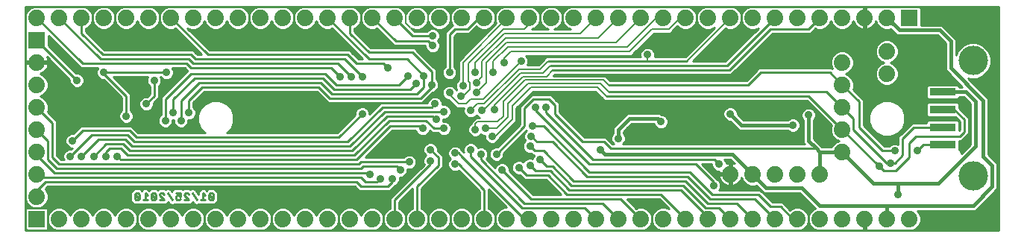
<source format=gbl>
G75*
G70*
%OFA0B0*%
%FSLAX24Y24*%
%IPPOS*%
%LPD*%
%AMOC8*
5,1,8,0,0,1.08239X$1,22.5*
%
%ADD10C,0.0100*%
%ADD11C,0.0740*%
%ADD12R,0.0740X0.0740*%
%ADD13C,0.1310*%
%ADD14R,0.1181X0.0354*%
%ADD15C,0.0350*%
%ADD16C,0.0160*%
%ADD17C,0.0080*%
D10*
X000343Y000343D02*
X001343Y000343D01*
X001343Y001393D01*
X001309Y001328D02*
X001656Y001328D01*
X001739Y001363D02*
X001548Y001283D01*
X001402Y001137D01*
X001363Y001042D01*
X001363Y001275D01*
X001275Y001363D01*
X001042Y001363D01*
X001137Y001402D01*
X001283Y001548D01*
X001363Y001739D01*
X001363Y001946D01*
X001283Y002137D01*
X001227Y002194D01*
X001326Y002293D01*
X015060Y002293D01*
X015143Y002210D01*
X015260Y002093D01*
X016460Y002093D01*
X016626Y002093D01*
X016881Y002348D01*
X016927Y002367D01*
X017018Y002459D01*
X017068Y002578D01*
X017068Y002707D01*
X017063Y002718D01*
X017157Y002718D01*
X017277Y002767D01*
X017368Y002859D01*
X017418Y002978D01*
X017418Y003072D01*
X017428Y003068D01*
X017557Y003068D01*
X017677Y003117D01*
X017768Y003209D01*
X017818Y003328D01*
X017818Y003457D01*
X017768Y003577D01*
X017677Y003668D01*
X017557Y003718D01*
X017428Y003718D01*
X017309Y003668D01*
X017233Y003593D01*
X015525Y003593D01*
X016726Y004793D01*
X017782Y004793D01*
X017817Y004709D01*
X017909Y004617D01*
X018028Y004568D01*
X018157Y004568D01*
X018277Y004617D01*
X018368Y004709D01*
X018405Y004798D01*
X018510Y004693D01*
X018783Y004693D01*
X018859Y004617D01*
X018978Y004568D01*
X019107Y004568D01*
X019227Y004617D01*
X019318Y004709D01*
X019368Y004828D01*
X019368Y004957D01*
X019318Y005077D01*
X019227Y005168D01*
X019107Y005218D01*
X019013Y005218D01*
X019018Y005228D01*
X019018Y005318D01*
X019107Y005318D01*
X019227Y005367D01*
X019318Y005459D01*
X019368Y005578D01*
X019368Y005707D01*
X019318Y005827D01*
X019227Y005918D01*
X019107Y005968D01*
X018978Y005968D01*
X018968Y005963D01*
X018968Y006057D01*
X018918Y006177D01*
X018827Y006268D01*
X018707Y006318D01*
X018578Y006318D01*
X018459Y006268D01*
X018367Y006177D01*
X018318Y006057D01*
X018318Y006043D01*
X016210Y006043D01*
X016093Y005926D01*
X015718Y005550D01*
X015718Y005607D01*
X015668Y005727D01*
X015577Y005818D01*
X015457Y005868D01*
X015328Y005868D01*
X015209Y005818D01*
X015117Y005727D01*
X015068Y005607D01*
X015068Y005501D01*
X014260Y004693D01*
X009324Y004693D01*
X009521Y004889D01*
X009643Y005184D01*
X009643Y005502D01*
X009521Y005796D01*
X009296Y006021D01*
X009002Y006143D01*
X008684Y006143D01*
X008389Y006021D01*
X008164Y005796D01*
X008043Y005502D01*
X008043Y005184D01*
X008164Y004889D01*
X008361Y004693D01*
X005376Y004693D01*
X005193Y004876D01*
X005192Y004876D02*
X008178Y004876D01*
X008129Y004974D02*
X007484Y004974D01*
X007477Y004967D02*
X007568Y005059D01*
X007618Y005178D01*
X007618Y005268D01*
X007707Y005268D01*
X007827Y005317D01*
X007918Y005409D01*
X007968Y005528D01*
X007968Y005657D01*
X007918Y005777D01*
X007843Y005852D01*
X007843Y006060D01*
X008326Y006543D01*
X013360Y006543D01*
X013743Y006160D01*
X013860Y006043D01*
X017910Y006043D01*
X018076Y006043D01*
X018551Y006518D01*
X018557Y006518D01*
X018677Y006567D01*
X018768Y006659D01*
X018818Y006778D01*
X018818Y006907D01*
X018768Y007027D01*
X018693Y007102D01*
X018693Y007526D01*
X018576Y007643D01*
X017843Y008376D01*
X017726Y008493D01*
X016476Y008493D01*
X015776Y008493D01*
X015043Y009226D01*
X015043Y009363D01*
X015137Y009402D01*
X015283Y009548D01*
X015343Y009691D01*
X015402Y009548D01*
X015548Y009402D01*
X015739Y009323D01*
X015946Y009323D01*
X016041Y009362D01*
X016810Y008593D01*
X016976Y008593D01*
X018218Y008593D01*
X018218Y008528D01*
X018267Y008409D01*
X018359Y008317D01*
X018478Y008268D01*
X018607Y008268D01*
X018727Y008317D01*
X018818Y008409D01*
X018868Y008528D01*
X018868Y008657D01*
X018818Y008777D01*
X018777Y008818D01*
X018818Y008859D01*
X018868Y008978D01*
X018868Y009107D01*
X018818Y009227D01*
X018727Y009318D01*
X018607Y009368D01*
X018478Y009368D01*
X018359Y009318D01*
X018283Y009243D01*
X017726Y009243D01*
X017579Y009389D01*
X017739Y009323D01*
X017946Y009323D01*
X018137Y009402D01*
X018283Y009548D01*
X018343Y009691D01*
X018402Y009548D01*
X018548Y009402D01*
X018739Y009323D01*
X018946Y009323D01*
X019137Y009402D01*
X019283Y009548D01*
X019343Y009691D01*
X019402Y009548D01*
X019434Y009516D01*
X019343Y009426D01*
X019210Y009293D01*
X019210Y009293D01*
X019093Y009176D01*
X019093Y007652D01*
X019017Y007577D01*
X018968Y007457D01*
X018968Y007328D01*
X019017Y007209D01*
X019109Y007117D01*
X019228Y007068D01*
X019357Y007068D01*
X019477Y007117D01*
X019568Y007209D01*
X019618Y007328D01*
X019618Y007457D01*
X019568Y007577D01*
X019493Y007652D01*
X019493Y009010D01*
X019626Y009143D01*
X020010Y009143D01*
X020176Y009143D01*
X020491Y009459D01*
X020548Y009402D01*
X020739Y009323D01*
X020946Y009323D01*
X021137Y009402D01*
X021283Y009548D01*
X021343Y009691D01*
X021381Y009599D01*
X019703Y007921D01*
X019703Y007764D01*
X019703Y007062D01*
X019617Y006977D01*
X019568Y006857D01*
X019568Y006728D01*
X019613Y006620D01*
X019609Y006618D01*
X019597Y006607D01*
X019568Y006677D01*
X019477Y006768D01*
X019357Y006818D01*
X019228Y006818D01*
X019109Y006768D01*
X019017Y006677D01*
X018968Y006557D01*
X018968Y006428D01*
X019017Y006309D01*
X019109Y006217D01*
X019228Y006168D01*
X019249Y006168D01*
X019503Y005914D01*
X019614Y005803D01*
X019936Y005803D01*
X019918Y005757D01*
X019918Y005628D01*
X019967Y005509D01*
X020059Y005417D01*
X020178Y005368D01*
X020307Y005368D01*
X020427Y005417D01*
X020493Y005483D01*
X020559Y005417D01*
X020642Y005383D01*
X020464Y005383D01*
X020353Y005271D01*
X020253Y005171D01*
X019219Y005171D01*
X019320Y005073D02*
X020213Y005073D01*
X020253Y005112D02*
X020167Y005027D01*
X020118Y004907D01*
X020118Y004778D01*
X020167Y004659D01*
X020259Y004567D01*
X020378Y004518D01*
X020507Y004518D01*
X020627Y004567D01*
X020693Y004633D01*
X020709Y004617D01*
X020828Y004568D01*
X020868Y004568D01*
X020868Y004478D01*
X020917Y004359D01*
X021009Y004267D01*
X021128Y004218D01*
X021257Y004218D01*
X021377Y004267D01*
X021468Y004359D01*
X021497Y004428D01*
X022171Y005103D01*
X022283Y005214D01*
X022283Y005814D01*
X023021Y006553D01*
X024264Y006553D01*
X025814Y006553D01*
X026093Y006274D01*
X026093Y006260D01*
X026210Y006143D01*
X035260Y006143D01*
X036362Y005041D01*
X036323Y004946D01*
X036323Y004739D01*
X036402Y004548D01*
X036548Y004402D01*
X036691Y004343D01*
X036548Y004283D01*
X036402Y004137D01*
X036375Y004073D01*
X035938Y004073D01*
X035788Y004223D01*
X035573Y004438D01*
X035573Y005263D01*
X035618Y005309D01*
X035668Y005428D01*
X035668Y005557D01*
X035618Y005677D01*
X035527Y005768D01*
X035407Y005818D01*
X035278Y005818D01*
X035159Y005768D01*
X035067Y005677D01*
X035018Y005557D01*
X035018Y005428D01*
X035067Y005309D01*
X035113Y005263D01*
X035113Y004247D01*
X035167Y004193D01*
X027052Y004193D01*
X027118Y004259D01*
X027168Y004378D01*
X027168Y004507D01*
X027118Y004627D01*
X027073Y004672D01*
X027073Y004747D01*
X027438Y005113D01*
X028424Y005113D01*
X028467Y005009D01*
X028559Y004917D01*
X028678Y004868D01*
X028807Y004868D01*
X028927Y004917D01*
X029018Y005009D01*
X029068Y005128D01*
X029068Y005257D01*
X029018Y005377D01*
X028927Y005468D01*
X028807Y005518D01*
X028743Y005518D01*
X028688Y005573D01*
X028497Y005573D01*
X027247Y005573D01*
X027113Y005438D01*
X026613Y004938D01*
X026613Y004747D01*
X026613Y004672D01*
X026567Y004627D01*
X026518Y004507D01*
X026518Y004378D01*
X026567Y004259D01*
X026633Y004193D01*
X026576Y004193D01*
X026276Y004493D01*
X026110Y004493D01*
X025326Y004493D01*
X024193Y005626D01*
X024193Y006026D01*
X024076Y006143D01*
X023826Y006393D01*
X023660Y006393D01*
X022960Y006393D01*
X022843Y006276D01*
X022443Y005876D01*
X022443Y005710D01*
X022443Y005076D01*
X021435Y004068D01*
X021328Y004068D01*
X021209Y004018D01*
X021117Y003927D01*
X021068Y003807D01*
X021068Y003678D01*
X021117Y003559D01*
X021209Y003467D01*
X021328Y003418D01*
X021457Y003418D01*
X021577Y003467D01*
X021668Y003559D01*
X021718Y003678D01*
X021718Y003785D01*
X022726Y004793D01*
X022729Y004796D01*
X022733Y004793D01*
X022667Y004727D01*
X022618Y004607D01*
X022618Y004478D01*
X022667Y004359D01*
X022683Y004343D01*
X022617Y004277D01*
X022568Y004157D01*
X022568Y004028D01*
X022617Y003909D01*
X022709Y003817D01*
X022828Y003768D01*
X022935Y003768D01*
X023010Y003693D01*
X023083Y003693D01*
X023067Y003677D01*
X023018Y003557D01*
X023018Y003543D01*
X022957Y003568D01*
X022828Y003568D01*
X022709Y003518D01*
X022617Y003427D01*
X022603Y003392D01*
X022577Y003418D01*
X022457Y003468D01*
X022328Y003468D01*
X022209Y003418D01*
X022117Y003327D01*
X022068Y003207D01*
X022068Y003078D01*
X022117Y002959D01*
X022209Y002867D01*
X022328Y002818D01*
X022435Y002818D01*
X022543Y002710D01*
X022660Y002593D01*
X023610Y002593D01*
X024260Y001943D01*
X023026Y001943D01*
X021968Y003001D01*
X021968Y003107D01*
X021918Y003227D01*
X021827Y003318D01*
X021707Y003368D01*
X021578Y003368D01*
X021459Y003318D01*
X021367Y003227D01*
X021330Y003138D01*
X020939Y003529D01*
X020968Y003559D01*
X021018Y003678D01*
X021018Y003807D01*
X020968Y003927D01*
X020877Y004018D01*
X020757Y004068D01*
X020628Y004068D01*
X020555Y004037D01*
X020518Y004127D01*
X020427Y004218D01*
X020307Y004268D01*
X020178Y004268D01*
X020059Y004218D01*
X019967Y004127D01*
X019918Y004007D01*
X019918Y003878D01*
X019937Y003831D01*
X019926Y003843D01*
X019837Y003931D01*
X019818Y003977D01*
X019727Y004068D01*
X019607Y004118D01*
X019478Y004118D01*
X019359Y004068D01*
X019267Y003977D01*
X019218Y003857D01*
X019218Y003728D01*
X019267Y003609D01*
X019333Y003543D01*
X019267Y003477D01*
X019218Y003357D01*
X019218Y003228D01*
X019267Y003109D01*
X019359Y003017D01*
X019478Y002968D01*
X019607Y002968D01*
X019697Y003005D01*
X020643Y002060D01*
X020643Y001323D01*
X020548Y001283D01*
X020402Y001137D01*
X020343Y000994D01*
X020283Y001137D01*
X020137Y001283D01*
X019946Y001363D01*
X019739Y001363D01*
X019548Y001283D01*
X019402Y001137D01*
X019343Y000994D01*
X019283Y001137D01*
X019137Y001283D01*
X018946Y001363D01*
X018739Y001363D01*
X018548Y001283D01*
X018402Y001137D01*
X018343Y000994D01*
X018283Y001137D01*
X018137Y001283D01*
X018043Y001323D01*
X018043Y002210D01*
X018875Y003043D01*
X018876Y003043D01*
X018993Y003160D01*
X018993Y003676D01*
X018876Y003793D01*
X018768Y003901D01*
X018768Y004007D01*
X018718Y004127D01*
X018627Y004218D01*
X018507Y004268D01*
X018378Y004268D01*
X018259Y004218D01*
X018167Y004127D01*
X018118Y004007D01*
X018118Y003878D01*
X018167Y003759D01*
X018233Y003693D01*
X018167Y003627D01*
X018118Y003507D01*
X018118Y003378D01*
X018155Y003288D01*
X016643Y001776D01*
X016643Y001610D01*
X016643Y001323D01*
X016548Y001283D01*
X016402Y001137D01*
X016343Y000994D01*
X016283Y001137D01*
X016137Y001283D01*
X015946Y001363D01*
X015739Y001363D01*
X015548Y001283D01*
X015402Y001137D01*
X015343Y000994D01*
X015283Y001137D01*
X015137Y001283D01*
X014946Y001363D01*
X014739Y001363D01*
X014548Y001283D01*
X014402Y001137D01*
X014343Y000994D01*
X014283Y001137D01*
X014137Y001283D01*
X013946Y001363D01*
X013739Y001363D01*
X013548Y001283D01*
X013402Y001137D01*
X013343Y000994D01*
X013283Y001137D01*
X013137Y001283D01*
X012946Y001363D01*
X012739Y001363D01*
X012548Y001283D01*
X012402Y001137D01*
X012343Y000994D01*
X012283Y001137D01*
X012137Y001283D01*
X011946Y001363D01*
X011739Y001363D01*
X011548Y001283D01*
X011402Y001137D01*
X011343Y000994D01*
X011283Y001137D01*
X011137Y001283D01*
X010946Y001363D01*
X010739Y001363D01*
X010548Y001283D01*
X010402Y001137D01*
X010343Y000994D01*
X010283Y001137D01*
X010137Y001283D01*
X009946Y001363D01*
X009739Y001363D01*
X009548Y001283D01*
X009402Y001137D01*
X009343Y000994D01*
X009283Y001137D01*
X009137Y001283D01*
X008946Y001363D01*
X008739Y001363D01*
X008548Y001283D01*
X008402Y001137D01*
X008343Y000994D01*
X008283Y001137D01*
X008137Y001283D01*
X007946Y001363D01*
X007739Y001363D01*
X007548Y001283D01*
X007402Y001137D01*
X007343Y000994D01*
X007283Y001137D01*
X007137Y001283D01*
X006946Y001363D01*
X006739Y001363D01*
X006548Y001283D01*
X006402Y001137D01*
X006343Y000994D01*
X006283Y001137D01*
X006137Y001283D01*
X005946Y001363D01*
X005739Y001363D01*
X005548Y001283D01*
X005402Y001137D01*
X005343Y000994D01*
X005283Y001137D01*
X005137Y001283D01*
X004946Y001363D01*
X004739Y001363D01*
X004548Y001283D01*
X004402Y001137D01*
X004343Y000994D01*
X004283Y001137D01*
X004137Y001283D01*
X003946Y001363D01*
X003739Y001363D01*
X003548Y001283D01*
X003402Y001137D01*
X003343Y000994D01*
X003283Y001137D01*
X003137Y001283D01*
X002946Y001363D01*
X002739Y001363D01*
X002548Y001283D01*
X002402Y001137D01*
X002343Y000994D01*
X002283Y001137D01*
X002137Y001283D01*
X001946Y001363D01*
X001739Y001363D01*
X001494Y001230D02*
X001363Y001230D01*
X001363Y001131D02*
X001399Y001131D01*
X002191Y001230D02*
X002494Y001230D01*
X002399Y001131D02*
X002286Y001131D01*
X002327Y001032D02*
X002359Y001032D01*
X003191Y001230D02*
X003494Y001230D01*
X003399Y001131D02*
X003286Y001131D01*
X003327Y001032D02*
X003359Y001032D01*
X004191Y001230D02*
X004494Y001230D01*
X004399Y001131D02*
X004286Y001131D01*
X004327Y001032D02*
X004359Y001032D01*
X005191Y001230D02*
X005494Y001230D01*
X005399Y001131D02*
X005286Y001131D01*
X005327Y001032D02*
X005359Y001032D01*
X006191Y001230D02*
X006494Y001230D01*
X006399Y001131D02*
X006286Y001131D01*
X006327Y001032D02*
X006359Y001032D01*
X007191Y001230D02*
X007494Y001230D01*
X007399Y001131D02*
X007286Y001131D01*
X007327Y001032D02*
X007359Y001032D01*
X008191Y001230D02*
X008494Y001230D01*
X008399Y001131D02*
X008286Y001131D01*
X008327Y001032D02*
X008359Y001032D01*
X009191Y001230D02*
X009494Y001230D01*
X009399Y001131D02*
X009286Y001131D01*
X009327Y001032D02*
X009358Y001032D01*
X010191Y001230D02*
X010494Y001230D01*
X010399Y001131D02*
X010286Y001131D01*
X010327Y001032D02*
X010358Y001032D01*
X011191Y001230D02*
X011494Y001230D01*
X011399Y001131D02*
X011286Y001131D01*
X011327Y001032D02*
X011358Y001032D01*
X012191Y001230D02*
X012494Y001230D01*
X012399Y001131D02*
X012286Y001131D01*
X012327Y001032D02*
X012358Y001032D01*
X013191Y001230D02*
X013494Y001230D01*
X013399Y001131D02*
X013286Y001131D01*
X013327Y001032D02*
X013358Y001032D01*
X014191Y001230D02*
X014494Y001230D01*
X014399Y001131D02*
X014286Y001131D01*
X014327Y001032D02*
X014358Y001032D01*
X015191Y001230D02*
X015494Y001230D01*
X015399Y001131D02*
X015286Y001131D01*
X015327Y001032D02*
X015358Y001032D01*
X016191Y001230D02*
X016494Y001230D01*
X016399Y001131D02*
X016286Y001131D01*
X016327Y001032D02*
X016358Y001032D01*
X016843Y000843D02*
X016843Y001693D01*
X018443Y003293D01*
X018443Y003443D01*
X018154Y003595D02*
X017750Y003595D01*
X017802Y003496D02*
X018118Y003496D01*
X018118Y003398D02*
X017818Y003398D01*
X017806Y003299D02*
X018150Y003299D01*
X018068Y003200D02*
X017760Y003200D01*
X017640Y003102D02*
X017969Y003102D01*
X017871Y003003D02*
X017418Y003003D01*
X017387Y002905D02*
X017772Y002905D01*
X017673Y002806D02*
X017316Y002806D01*
X017067Y002708D02*
X017575Y002708D01*
X017476Y002609D02*
X017068Y002609D01*
X017040Y002511D02*
X017378Y002511D01*
X017279Y002412D02*
X016972Y002412D01*
X016846Y002314D02*
X017181Y002314D01*
X017082Y002215D02*
X016748Y002215D01*
X016649Y002116D02*
X016984Y002116D01*
X016885Y002018D02*
X008943Y002018D01*
X008943Y002026D02*
X008893Y002076D01*
X008775Y002193D01*
X008675Y002193D01*
X008510Y002193D01*
X008460Y002143D01*
X008460Y002143D01*
X008433Y002117D01*
X008357Y002193D01*
X008191Y002193D01*
X008074Y002076D01*
X008074Y001951D01*
X007926Y002173D01*
X007764Y002205D01*
X007700Y002163D01*
X007671Y002193D01*
X007505Y002193D01*
X007405Y002193D01*
X007379Y002167D01*
X007352Y002193D01*
X007187Y002193D01*
X006986Y002193D01*
X006879Y002086D01*
X006821Y002173D01*
X006659Y002205D01*
X006596Y002163D01*
X006566Y002193D01*
X006400Y002193D01*
X006300Y002193D01*
X006249Y002142D01*
X006197Y002193D01*
X006032Y002193D01*
X005932Y002193D01*
X005882Y002143D01*
X005881Y002143D01*
X005855Y002117D01*
X005779Y002193D01*
X005613Y002193D01*
X005537Y002117D01*
X005461Y002193D01*
X005361Y002193D01*
X005195Y002193D01*
X005145Y002143D01*
X005028Y002026D01*
X005028Y001860D01*
X005028Y001826D01*
X005028Y001660D01*
X005078Y001610D01*
X005195Y001493D01*
X005295Y001493D01*
X005461Y001493D01*
X005487Y001519D01*
X005513Y001493D01*
X005879Y001493D01*
X005905Y001519D01*
X005932Y001493D01*
X006032Y001493D01*
X006197Y001493D01*
X006224Y001519D01*
X006250Y001493D01*
X006450Y001493D01*
X006616Y001493D01*
X006723Y001600D01*
X006781Y001513D01*
X006943Y001480D01*
X007007Y001523D01*
X007036Y001493D01*
X007137Y001493D01*
X007302Y001493D01*
X007329Y001519D01*
X007355Y001493D01*
X007555Y001493D01*
X007721Y001493D01*
X007828Y001600D01*
X007886Y001513D01*
X008048Y001480D01*
X008081Y001503D01*
X008091Y001493D01*
X008457Y001493D01*
X008483Y001519D01*
X008510Y001493D01*
X008610Y001493D01*
X008775Y001493D01*
X008826Y001543D01*
X008943Y001660D01*
X008943Y001826D01*
X008943Y001860D01*
X008943Y002026D01*
X008893Y002076D02*
X008893Y002076D01*
X008852Y002116D02*
X015236Y002116D01*
X015137Y002215D02*
X001248Y002215D01*
X001292Y002116D02*
X005119Y002116D01*
X005028Y002018D02*
X001333Y002018D01*
X001363Y001919D02*
X005028Y001919D01*
X005028Y001821D02*
X001363Y001821D01*
X001356Y001722D02*
X005028Y001722D01*
X005064Y001624D02*
X001315Y001624D01*
X001261Y001525D02*
X005162Y001525D01*
X005278Y001693D02*
X005378Y001693D01*
X005428Y001743D01*
X005228Y001943D01*
X005228Y001743D01*
X005278Y001693D01*
X005428Y001743D02*
X005428Y001943D01*
X005378Y001993D01*
X005278Y001993D01*
X005228Y001943D01*
X005696Y001993D02*
X005696Y001693D01*
X005796Y001693D02*
X005596Y001693D01*
X005964Y001743D02*
X006014Y001693D01*
X006114Y001693D01*
X006165Y001743D01*
X005964Y001943D01*
X005964Y001743D01*
X006165Y001743D02*
X006165Y001943D01*
X006114Y001993D01*
X006014Y001993D01*
X005964Y001943D01*
X005796Y001893D02*
X005696Y001993D01*
X006333Y001943D02*
X006333Y001893D01*
X006533Y001693D01*
X006333Y001693D01*
X006648Y001525D02*
X006772Y001525D01*
X006901Y001693D02*
X006701Y001993D01*
X006533Y001943D02*
X006483Y001993D01*
X006383Y001993D01*
X006333Y001943D01*
X006859Y002116D02*
X006910Y002116D01*
X007069Y001993D02*
X007269Y001993D01*
X007269Y001843D01*
X007169Y001893D01*
X007119Y001893D01*
X007069Y001843D01*
X007069Y001743D01*
X007119Y001693D01*
X007219Y001693D01*
X007269Y001743D01*
X007438Y001693D02*
X007638Y001693D01*
X007438Y001893D01*
X007438Y001943D01*
X007488Y001993D01*
X007588Y001993D01*
X007638Y001943D01*
X007806Y001993D02*
X008006Y001693D01*
X008174Y001693D02*
X008374Y001693D01*
X008274Y001693D02*
X008274Y001993D01*
X008374Y001893D01*
X008543Y001943D02*
X008743Y001743D01*
X008693Y001693D01*
X008593Y001693D01*
X008543Y001743D01*
X008543Y001943D01*
X008593Y001993D01*
X008693Y001993D01*
X008743Y001943D01*
X008743Y001743D01*
X008943Y001722D02*
X016643Y001722D01*
X016643Y001624D02*
X008907Y001624D01*
X008808Y001525D02*
X016643Y001525D01*
X016643Y001427D02*
X001162Y001427D01*
X001243Y001343D02*
X000343Y001343D01*
X000343Y007843D01*
X000943Y007843D01*
X000893Y007832D02*
X001571Y007832D01*
X001669Y007733D02*
X001352Y007733D01*
X001350Y007721D02*
X001361Y007793D01*
X000893Y007793D01*
X000893Y007893D01*
X001361Y007893D01*
X001350Y007964D01*
X001325Y008042D01*
X001287Y008115D01*
X002318Y007085D01*
X002318Y006978D01*
X002367Y006859D01*
X002459Y006767D01*
X002578Y006718D01*
X002707Y006718D01*
X002827Y006767D01*
X002918Y006859D01*
X002968Y006978D01*
X002968Y007107D01*
X002918Y007227D01*
X002827Y007318D01*
X002707Y007368D01*
X002601Y007368D01*
X001363Y008606D01*
X001363Y009040D01*
X002810Y007593D01*
X002976Y007593D01*
X003583Y007593D01*
X003567Y007577D01*
X003518Y007457D01*
X003518Y007328D01*
X003567Y007209D01*
X003659Y007117D01*
X003778Y007068D01*
X003835Y007068D01*
X004643Y006260D01*
X004643Y005702D01*
X004567Y005627D01*
X004518Y005507D01*
X004518Y005378D01*
X004567Y005259D01*
X004659Y005167D01*
X004778Y005118D01*
X004907Y005118D01*
X005027Y005167D01*
X005118Y005259D01*
X005168Y005378D01*
X005168Y005507D01*
X005118Y005627D01*
X005043Y005702D01*
X005043Y006426D01*
X004926Y006543D01*
X004275Y007193D01*
X005803Y007193D01*
X005768Y007107D01*
X005768Y006978D01*
X005817Y006859D01*
X005893Y006783D01*
X005893Y006426D01*
X005785Y006318D01*
X005678Y006318D01*
X005559Y006268D01*
X005467Y006177D01*
X005418Y006057D01*
X005418Y005928D01*
X005467Y005809D01*
X005559Y005717D01*
X005678Y005668D01*
X005807Y005668D01*
X005927Y005717D01*
X006018Y005809D01*
X006068Y005928D01*
X006068Y006035D01*
X006293Y006260D01*
X006293Y006426D01*
X006293Y006783D01*
X006368Y006859D01*
X006418Y006978D01*
X006418Y007107D01*
X006382Y007193D01*
X006383Y007193D01*
X006459Y007117D01*
X006578Y007068D01*
X006707Y007068D01*
X006827Y007117D01*
X006918Y007209D01*
X006968Y007328D01*
X006968Y007457D01*
X006918Y007577D01*
X006902Y007593D01*
X007460Y007593D01*
X007585Y007468D01*
X006510Y006393D01*
X006393Y006276D01*
X006393Y005502D01*
X006317Y005427D01*
X006268Y005307D01*
X006268Y005178D01*
X006317Y005059D01*
X006409Y004967D01*
X006528Y004918D01*
X006657Y004918D01*
X006777Y004967D01*
X006868Y005059D01*
X006918Y005178D01*
X006918Y005268D01*
X006968Y005268D01*
X006968Y005178D01*
X007017Y005059D01*
X007109Y004967D01*
X007228Y004918D01*
X007357Y004918D01*
X007477Y004967D01*
X007574Y005073D02*
X008089Y005073D01*
X008048Y005171D02*
X007615Y005171D01*
X007713Y005270D02*
X008043Y005270D01*
X008043Y005368D02*
X007878Y005368D01*
X007942Y005467D02*
X008043Y005467D01*
X008069Y005565D02*
X007968Y005565D01*
X007965Y005664D02*
X008110Y005664D01*
X008151Y005763D02*
X007924Y005763D01*
X007843Y005861D02*
X008230Y005861D01*
X008328Y005960D02*
X007843Y005960D01*
X007843Y006058D02*
X008480Y006058D01*
X009206Y006058D02*
X013844Y006058D01*
X013746Y006157D02*
X007940Y006157D01*
X008038Y006255D02*
X013647Y006255D01*
X013549Y006354D02*
X008137Y006354D01*
X008235Y006452D02*
X013450Y006452D01*
X013543Y006943D02*
X014043Y006443D01*
X017843Y006443D01*
X018143Y006743D01*
X018143Y007243D01*
X017393Y007993D01*
X015693Y007993D01*
X013843Y009843D01*
X013343Y009691D02*
X013402Y009548D01*
X013548Y009402D01*
X013739Y009323D01*
X013946Y009323D01*
X014041Y009362D01*
X015410Y007993D01*
X015226Y007993D01*
X014943Y008276D01*
X014826Y008393D01*
X008576Y008393D01*
X007579Y009389D01*
X007739Y009323D01*
X007946Y009323D01*
X008137Y009402D01*
X008283Y009548D01*
X008343Y009691D01*
X008402Y009548D01*
X008548Y009402D01*
X008739Y009323D01*
X008946Y009323D01*
X009137Y009402D01*
X009283Y009548D01*
X009343Y009691D01*
X009402Y009548D01*
X009548Y009402D01*
X009739Y009323D01*
X009946Y009323D01*
X010137Y009402D01*
X010283Y009548D01*
X010343Y009691D01*
X010402Y009548D01*
X010548Y009402D01*
X010739Y009323D01*
X010946Y009323D01*
X011137Y009402D01*
X011283Y009548D01*
X011343Y009691D01*
X011402Y009548D01*
X011548Y009402D01*
X011739Y009323D01*
X011946Y009323D01*
X012137Y009402D01*
X012283Y009548D01*
X012343Y009691D01*
X012402Y009548D01*
X012548Y009402D01*
X012739Y009323D01*
X012946Y009323D01*
X013137Y009402D01*
X013283Y009548D01*
X013343Y009691D01*
X013378Y009606D02*
X013307Y009606D01*
X013243Y009507D02*
X013443Y009507D01*
X013541Y009409D02*
X013144Y009409D01*
X012541Y009409D02*
X012144Y009409D01*
X012243Y009507D02*
X012443Y009507D01*
X012378Y009606D02*
X012307Y009606D01*
X011541Y009409D02*
X011144Y009409D01*
X011243Y009507D02*
X011443Y009507D01*
X011378Y009606D02*
X011307Y009606D01*
X010541Y009409D02*
X010144Y009409D01*
X010243Y009507D02*
X010443Y009507D01*
X010378Y009606D02*
X010307Y009606D01*
X010343Y009343D02*
X010343Y010343D01*
X012343Y010343D01*
X012343Y009343D01*
X014092Y009310D02*
X007658Y009310D01*
X007757Y009212D02*
X014191Y009212D01*
X014289Y009113D02*
X007855Y009113D01*
X007954Y009014D02*
X014388Y009014D01*
X014487Y008916D02*
X008052Y008916D01*
X008151Y008817D02*
X014585Y008817D01*
X014684Y008719D02*
X008249Y008719D01*
X008348Y008620D02*
X014782Y008620D01*
X014881Y008522D02*
X008446Y008522D01*
X008545Y008423D02*
X014979Y008423D01*
X014893Y008325D02*
X015078Y008325D01*
X014992Y008226D02*
X015176Y008226D01*
X015091Y008128D02*
X015275Y008128D01*
X015189Y008029D02*
X015373Y008029D01*
X015143Y007793D02*
X014743Y008193D01*
X008493Y008193D01*
X006843Y009843D01*
X006345Y010000D02*
X006340Y010000D01*
X006343Y009994D02*
X006283Y010137D01*
X006137Y010283D01*
X005994Y010343D01*
X006691Y010343D01*
X006548Y010283D01*
X006402Y010137D01*
X006343Y009994D01*
X006300Y010098D02*
X006386Y010098D01*
X006462Y010197D02*
X006224Y010197D01*
X006108Y010296D02*
X006577Y010296D01*
X006343Y010343D02*
X006343Y009343D01*
X006541Y009409D02*
X006144Y009409D01*
X006137Y009402D02*
X006283Y009548D01*
X006343Y009691D01*
X006402Y009548D01*
X006548Y009402D01*
X006739Y009323D01*
X006946Y009323D01*
X007041Y009362D01*
X008210Y008193D01*
X008026Y008193D01*
X007943Y008275D01*
X007943Y008276D02*
X007826Y008393D01*
X004410Y008393D01*
X003876Y008393D01*
X003043Y009226D01*
X003043Y009363D01*
X003137Y009402D01*
X003283Y009548D01*
X003343Y009691D01*
X003402Y009548D01*
X003548Y009402D01*
X003739Y009323D01*
X003946Y009323D01*
X004137Y009402D01*
X004283Y009548D01*
X004343Y009691D01*
X004402Y009548D01*
X004548Y009402D01*
X004739Y009323D01*
X004946Y009323D01*
X005137Y009402D01*
X005283Y009548D01*
X005343Y009691D01*
X005402Y009548D01*
X005548Y009402D01*
X005739Y009323D01*
X005946Y009323D01*
X006137Y009402D01*
X006243Y009507D02*
X006443Y009507D01*
X006378Y009606D02*
X006307Y009606D01*
X005541Y009409D02*
X005144Y009409D01*
X005243Y009507D02*
X005443Y009507D01*
X005378Y009606D02*
X005307Y009606D01*
X004541Y009409D02*
X004144Y009409D01*
X004243Y009507D02*
X004443Y009507D01*
X004378Y009606D02*
X004307Y009606D01*
X003541Y009409D02*
X003144Y009409D01*
X003243Y009507D02*
X003443Y009507D01*
X003378Y009606D02*
X003307Y009606D01*
X003343Y009343D02*
X003643Y009043D01*
X003352Y008916D02*
X007487Y008916D01*
X007585Y008817D02*
X003451Y008817D01*
X003549Y008719D02*
X007684Y008719D01*
X007782Y008620D02*
X003648Y008620D01*
X003746Y008522D02*
X007881Y008522D01*
X007979Y008423D02*
X003845Y008423D01*
X003793Y008193D02*
X004493Y008193D01*
X007743Y008193D01*
X007943Y007993D01*
X014593Y007993D01*
X015393Y007193D01*
X014893Y007193D02*
X014293Y007793D01*
X007843Y007793D01*
X007643Y007993D01*
X003693Y007993D01*
X001843Y009843D01*
X002843Y009843D02*
X002843Y009143D01*
X003793Y008193D01*
X002571Y007832D02*
X002136Y007832D01*
X002038Y007931D02*
X002472Y007931D01*
X002373Y008029D02*
X001939Y008029D01*
X001841Y008128D02*
X002275Y008128D01*
X002176Y008226D02*
X001742Y008226D01*
X001643Y008325D02*
X002078Y008325D01*
X001979Y008423D02*
X001545Y008423D01*
X001446Y008522D02*
X001881Y008522D01*
X001782Y008620D02*
X001363Y008620D01*
X001363Y008719D02*
X001684Y008719D01*
X001585Y008817D02*
X001363Y008817D01*
X001363Y008916D02*
X001487Y008916D01*
X001388Y009014D02*
X001363Y009014D01*
X000843Y008843D02*
X002643Y007043D01*
X002968Y007044D02*
X003859Y007044D01*
X003957Y006945D02*
X002954Y006945D01*
X002906Y006847D02*
X004056Y006847D01*
X004154Y006748D02*
X002780Y006748D01*
X002505Y006748D02*
X001363Y006748D01*
X001363Y006739D02*
X001363Y006946D01*
X001283Y007137D01*
X001137Y007283D01*
X000991Y007344D01*
X001042Y007361D01*
X001115Y007398D01*
X001181Y007446D01*
X001239Y007504D01*
X001287Y007570D01*
X001325Y007643D01*
X001350Y007721D01*
X001320Y007635D02*
X001768Y007635D01*
X001866Y007536D02*
X001263Y007536D01*
X001170Y007438D02*
X001965Y007438D01*
X002063Y007339D02*
X001003Y007339D01*
X001180Y007241D02*
X002162Y007241D01*
X002260Y007142D02*
X001279Y007142D01*
X001322Y007044D02*
X002318Y007044D01*
X002331Y006945D02*
X001363Y006945D01*
X001363Y006847D02*
X002379Y006847D01*
X002953Y007142D02*
X003634Y007142D01*
X003554Y007241D02*
X002904Y007241D01*
X002776Y007339D02*
X003518Y007339D01*
X003518Y007438D02*
X002530Y007438D01*
X002432Y007536D02*
X003550Y007536D01*
X003843Y007393D02*
X003843Y007343D01*
X004843Y006343D01*
X004843Y005443D01*
X005168Y005467D02*
X006357Y005467D01*
X006393Y005565D02*
X005144Y005565D01*
X005081Y005664D02*
X006393Y005664D01*
X006393Y005763D02*
X005972Y005763D01*
X006040Y005861D02*
X006393Y005861D01*
X006393Y005960D02*
X006068Y005960D01*
X006091Y006058D02*
X006393Y006058D01*
X006393Y006157D02*
X006190Y006157D01*
X006288Y006255D02*
X006393Y006255D01*
X006471Y006354D02*
X006293Y006354D01*
X006293Y006452D02*
X006570Y006452D01*
X006668Y006551D02*
X006293Y006551D01*
X006293Y006649D02*
X006767Y006649D01*
X006865Y006748D02*
X006293Y006748D01*
X006356Y006847D02*
X006964Y006847D01*
X007062Y006945D02*
X006404Y006945D01*
X006418Y007044D02*
X007161Y007044D01*
X007259Y007142D02*
X006852Y007142D01*
X006931Y007241D02*
X007358Y007241D01*
X007456Y007339D02*
X006968Y007339D01*
X006968Y007438D02*
X007555Y007438D01*
X007516Y007536D02*
X006935Y007536D01*
X006643Y007393D02*
X003843Y007393D01*
X002768Y007635D02*
X002333Y007635D01*
X002235Y007733D02*
X002669Y007733D01*
X002893Y007793D02*
X000843Y009843D01*
X000345Y010000D02*
X000343Y010000D01*
X000343Y009994D02*
X000343Y010343D01*
X003343Y010343D01*
X003343Y009343D01*
X003043Y009310D02*
X007092Y009310D01*
X007191Y009212D02*
X003057Y009212D01*
X003155Y009113D02*
X007289Y009113D01*
X007388Y009014D02*
X003254Y009014D01*
X004343Y009343D02*
X004343Y010343D01*
X006343Y010343D01*
X010343Y010343D01*
X010224Y010197D02*
X010462Y010197D01*
X010402Y010137D02*
X010343Y009994D01*
X010283Y010137D01*
X010137Y010283D01*
X009994Y010343D01*
X010691Y010343D01*
X010548Y010283D01*
X010402Y010137D01*
X010386Y010098D02*
X010300Y010098D01*
X010340Y010000D02*
X010345Y010000D01*
X010577Y010296D02*
X010108Y010296D01*
X011994Y010343D02*
X012691Y010343D01*
X012548Y010283D01*
X012402Y010137D01*
X012343Y009994D01*
X012283Y010137D01*
X012137Y010283D01*
X011994Y010343D01*
X012108Y010296D02*
X012577Y010296D01*
X012462Y010197D02*
X012224Y010197D01*
X012300Y010098D02*
X012386Y010098D01*
X012345Y010000D02*
X012340Y010000D01*
X012343Y010343D02*
X015343Y010343D01*
X015343Y009343D01*
X015643Y009043D01*
X015352Y008916D02*
X016487Y008916D01*
X016585Y008817D02*
X015451Y008817D01*
X015549Y008719D02*
X016684Y008719D01*
X016782Y008620D02*
X015648Y008620D01*
X015746Y008522D02*
X018220Y008522D01*
X018261Y008423D02*
X017795Y008423D01*
X017893Y008325D02*
X018351Y008325D01*
X018091Y008128D02*
X019093Y008128D01*
X019093Y008226D02*
X017992Y008226D01*
X017643Y008293D02*
X016393Y008293D01*
X015693Y008293D01*
X014843Y009143D01*
X014843Y009843D01*
X015340Y010000D02*
X015345Y010000D01*
X015343Y009994D02*
X015283Y010137D01*
X015137Y010283D01*
X014994Y010343D01*
X015691Y010343D01*
X015548Y010283D01*
X015402Y010137D01*
X015343Y009994D01*
X015300Y010098D02*
X015386Y010098D01*
X015462Y010197D02*
X015224Y010197D01*
X015108Y010296D02*
X015577Y010296D01*
X015343Y010343D02*
X017343Y010343D01*
X018343Y010343D01*
X019343Y010343D01*
X019343Y009493D01*
X019424Y009507D02*
X019243Y009507D01*
X019307Y009606D02*
X019378Y009606D01*
X019326Y009409D02*
X019144Y009409D01*
X019227Y009310D02*
X018735Y009310D01*
X018824Y009212D02*
X019129Y009212D01*
X019093Y009113D02*
X018865Y009113D01*
X018868Y009014D02*
X019093Y009014D01*
X019093Y008916D02*
X018842Y008916D01*
X018778Y008817D02*
X019093Y008817D01*
X019093Y008719D02*
X018842Y008719D01*
X018868Y008620D02*
X019093Y008620D01*
X019093Y008522D02*
X018865Y008522D01*
X018824Y008423D02*
X019093Y008423D01*
X019093Y008325D02*
X018734Y008325D01*
X019093Y008029D02*
X018189Y008029D01*
X018288Y007931D02*
X019093Y007931D01*
X019093Y007832D02*
X018386Y007832D01*
X018485Y007733D02*
X019093Y007733D01*
X019075Y007635D02*
X018583Y007635D01*
X018682Y007536D02*
X019000Y007536D01*
X018968Y007438D02*
X018693Y007438D01*
X018693Y007339D02*
X018968Y007339D01*
X019004Y007241D02*
X018693Y007241D01*
X018693Y007142D02*
X019084Y007142D01*
X018802Y006945D02*
X019604Y006945D01*
X019568Y006847D02*
X018818Y006847D01*
X018805Y006748D02*
X019088Y006748D01*
X019006Y006649D02*
X018759Y006649D01*
X018638Y006551D02*
X018968Y006551D01*
X018968Y006452D02*
X018485Y006452D01*
X018387Y006354D02*
X018998Y006354D01*
X019070Y006255D02*
X018840Y006255D01*
X018926Y006157D02*
X019260Y006157D01*
X019358Y006058D02*
X018967Y006058D01*
X019127Y005960D02*
X019457Y005960D01*
X019556Y005861D02*
X019284Y005861D01*
X019345Y005763D02*
X019920Y005763D01*
X019918Y005664D02*
X019368Y005664D01*
X019362Y005565D02*
X019944Y005565D01*
X020009Y005467D02*
X019322Y005467D01*
X019228Y005368D02*
X020176Y005368D01*
X020309Y005368D02*
X020450Y005368D01*
X020477Y005467D02*
X020509Y005467D01*
X020351Y005270D02*
X019018Y005270D01*
X018693Y005293D02*
X018543Y005443D01*
X016493Y005443D01*
X014943Y003893D01*
X004993Y003893D01*
X004693Y004193D01*
X003943Y004193D01*
X003393Y003643D01*
X003943Y003643D02*
X003943Y003843D01*
X004093Y003993D01*
X004593Y003993D01*
X004893Y003693D01*
X015043Y003693D01*
X016593Y005243D01*
X018243Y005243D01*
X018593Y004893D01*
X019043Y004893D01*
X019347Y004777D02*
X020118Y004777D01*
X020118Y004876D02*
X019368Y004876D01*
X019361Y004974D02*
X020145Y004974D01*
X020253Y005112D02*
X020253Y005171D01*
X019043Y005643D02*
X016393Y005643D01*
X014843Y004093D01*
X005093Y004093D01*
X004793Y004393D01*
X003593Y004393D01*
X002843Y003643D01*
X002343Y003643D02*
X003293Y004593D01*
X004893Y004593D01*
X005193Y004293D01*
X014743Y004293D01*
X016293Y005843D01*
X018493Y005843D01*
X018643Y005993D01*
X018359Y006157D02*
X018190Y006157D01*
X018288Y006255D02*
X018446Y006255D01*
X017993Y006243D02*
X018493Y006743D01*
X018493Y006843D01*
X018493Y007443D01*
X017643Y008293D01*
X018343Y008793D02*
X018543Y008593D01*
X018343Y008793D02*
X016893Y008793D01*
X015843Y009843D01*
X015378Y009606D02*
X015307Y009606D01*
X015243Y009507D02*
X015443Y009507D01*
X015541Y009409D02*
X015144Y009409D01*
X015043Y009310D02*
X016092Y009310D01*
X016191Y009212D02*
X015057Y009212D01*
X015155Y009113D02*
X016289Y009113D01*
X016388Y009014D02*
X015254Y009014D01*
X016843Y009843D02*
X017643Y009043D01*
X018543Y009043D01*
X019293Y009093D02*
X019293Y007393D01*
X019585Y007536D02*
X019703Y007536D01*
X019703Y007438D02*
X019618Y007438D01*
X019618Y007339D02*
X019703Y007339D01*
X019703Y007241D02*
X019581Y007241D01*
X019502Y007142D02*
X019703Y007142D01*
X019684Y007044D02*
X018751Y007044D01*
X019497Y006748D02*
X019568Y006748D01*
X019579Y006649D02*
X019600Y006649D01*
X017993Y006243D02*
X013943Y006243D01*
X013443Y006743D01*
X008243Y006743D01*
X007643Y006143D01*
X007643Y005593D01*
X006943Y005593D02*
X006943Y006193D01*
X007893Y007143D01*
X013643Y007143D01*
X014143Y006643D01*
X017543Y006643D01*
X017793Y006893D01*
X017443Y007243D02*
X017043Y006843D01*
X014243Y006843D01*
X013743Y007343D01*
X007743Y007343D01*
X006593Y006193D01*
X006593Y005243D01*
X006293Y005368D02*
X005164Y005368D01*
X005123Y005270D02*
X006268Y005270D01*
X006270Y005171D02*
X005031Y005171D01*
X004654Y005171D02*
X001743Y005171D01*
X001743Y005226D02*
X001323Y005645D01*
X001363Y005739D01*
X001363Y005946D01*
X001283Y006137D01*
X001137Y006283D01*
X000994Y006343D01*
X001137Y006402D01*
X001283Y006548D01*
X001363Y006739D01*
X001325Y006649D02*
X004253Y006649D01*
X004352Y006551D02*
X001285Y006551D01*
X001188Y006452D02*
X004450Y006452D01*
X004549Y006354D02*
X001021Y006354D01*
X001165Y006255D02*
X004643Y006255D01*
X004643Y006157D02*
X001264Y006157D01*
X001316Y006058D02*
X004643Y006058D01*
X004643Y005960D02*
X001357Y005960D01*
X001363Y005861D02*
X004643Y005861D01*
X004643Y005763D02*
X001363Y005763D01*
X001331Y005664D02*
X004604Y005664D01*
X004542Y005565D02*
X001403Y005565D01*
X001501Y005467D02*
X004518Y005467D01*
X004522Y005368D02*
X001600Y005368D01*
X001698Y005270D02*
X004562Y005270D01*
X005076Y004993D02*
X002976Y004993D01*
X002810Y004993D01*
X002485Y004668D01*
X002378Y004668D01*
X002259Y004618D01*
X002167Y004527D01*
X002118Y004407D01*
X002118Y004278D01*
X002167Y004159D01*
X002259Y004067D01*
X002378Y004018D01*
X002435Y004018D01*
X002385Y003968D01*
X002278Y003968D01*
X002159Y003918D01*
X002067Y003827D01*
X002018Y003707D01*
X002018Y003578D01*
X002053Y003493D01*
X001926Y003493D01*
X001743Y003676D01*
X001743Y005060D01*
X001743Y005226D01*
X001743Y005073D02*
X006311Y005073D01*
X006401Y004974D02*
X005094Y004974D01*
X005076Y004993D02*
X005193Y004876D01*
X005291Y004777D02*
X008277Y004777D01*
X007101Y004974D02*
X006784Y004974D01*
X006874Y005073D02*
X007011Y005073D01*
X006970Y005171D02*
X006915Y005171D01*
X007293Y005243D02*
X007293Y006143D01*
X008093Y006943D01*
X013543Y006943D01*
X013993Y007593D02*
X014393Y007193D01*
X013993Y007593D02*
X007743Y007593D01*
X007543Y007793D01*
X002893Y007793D01*
X001472Y007931D02*
X001355Y007931D01*
X001373Y008029D02*
X001329Y008029D01*
X000792Y007893D02*
X000792Y007793D01*
X000343Y007793D01*
X000343Y007893D01*
X000792Y007893D01*
X000792Y007832D02*
X000343Y007832D01*
X000343Y007843D02*
X000343Y010343D01*
X000691Y010343D01*
X000548Y010283D01*
X000402Y010137D01*
X000343Y009994D01*
X000343Y010098D02*
X000386Y010098D01*
X000343Y010197D02*
X000462Y010197D01*
X000577Y010296D02*
X000343Y010296D01*
X002994Y010343D02*
X003691Y010343D01*
X003548Y010283D01*
X003402Y010137D01*
X003343Y009994D01*
X003283Y010137D01*
X003137Y010283D01*
X002994Y010343D01*
X003108Y010296D02*
X003577Y010296D01*
X003462Y010197D02*
X003224Y010197D01*
X003300Y010098D02*
X003386Y010098D01*
X003345Y010000D02*
X003340Y010000D01*
X004137Y010283D02*
X004283Y010137D01*
X004343Y009994D01*
X004402Y010137D01*
X004548Y010283D01*
X004691Y010343D01*
X003994Y010343D01*
X004137Y010283D01*
X004108Y010296D02*
X004577Y010296D01*
X004462Y010197D02*
X004224Y010197D01*
X004300Y010098D02*
X004386Y010098D01*
X004345Y010000D02*
X004340Y010000D01*
X004343Y010343D02*
X003343Y010343D01*
X008144Y009409D02*
X008541Y009409D01*
X008443Y009507D02*
X008243Y009507D01*
X008307Y009606D02*
X008378Y009606D01*
X009144Y009409D02*
X009541Y009409D01*
X009443Y009507D02*
X009243Y009507D01*
X009307Y009606D02*
X009378Y009606D01*
X008078Y008325D02*
X007893Y008325D01*
X007943Y008275D02*
X007943Y008276D01*
X007992Y008226D02*
X008176Y008226D01*
X006434Y007142D02*
X006403Y007142D01*
X006093Y007043D02*
X006093Y006343D01*
X005743Y005993D01*
X005418Y005960D02*
X005043Y005960D01*
X005043Y006058D02*
X005418Y006058D01*
X005459Y006157D02*
X005043Y006157D01*
X005043Y006255D02*
X005546Y006255D01*
X005821Y006354D02*
X005043Y006354D01*
X005016Y006452D02*
X005893Y006452D01*
X005893Y006551D02*
X004917Y006551D01*
X004819Y006649D02*
X005893Y006649D01*
X005893Y006748D02*
X004720Y006748D01*
X004622Y006847D02*
X005829Y006847D01*
X005781Y006945D02*
X004523Y006945D01*
X004425Y007044D02*
X005768Y007044D01*
X005782Y007142D02*
X004326Y007142D01*
X005043Y005861D02*
X005445Y005861D01*
X005513Y005763D02*
X005043Y005763D01*
X002791Y004974D02*
X001743Y004974D01*
X001743Y004876D02*
X002693Y004876D01*
X002594Y004777D02*
X001743Y004777D01*
X001743Y004679D02*
X002496Y004679D01*
X002220Y004580D02*
X001743Y004580D01*
X001743Y004481D02*
X002148Y004481D01*
X002118Y004383D02*
X001743Y004383D01*
X001743Y004284D02*
X002118Y004284D01*
X002156Y004186D02*
X001743Y004186D01*
X001743Y004087D02*
X002238Y004087D01*
X002406Y003989D02*
X001743Y003989D01*
X001743Y003890D02*
X002131Y003890D01*
X002053Y003792D02*
X001743Y003792D01*
X001743Y003693D02*
X002018Y003693D01*
X002018Y003595D02*
X001824Y003595D01*
X001922Y003496D02*
X002052Y003496D01*
X001843Y003293D02*
X001543Y003593D01*
X001543Y005143D01*
X000843Y005843D01*
X000843Y004843D02*
X001343Y004343D01*
X001343Y003493D01*
X001743Y003093D01*
X015343Y003093D01*
X015443Y003193D01*
X016943Y003193D01*
X017093Y003043D01*
X017493Y003393D02*
X015343Y003393D01*
X015243Y003293D01*
X001843Y003293D01*
X001643Y002893D02*
X000843Y003693D01*
X000843Y003843D01*
X002443Y004343D02*
X002893Y004793D01*
X004993Y004793D01*
X005293Y004493D01*
X014343Y004493D01*
X015393Y005543D01*
X015718Y005565D02*
X015733Y005565D01*
X015694Y005664D02*
X015831Y005664D01*
X015930Y005763D02*
X015632Y005763D01*
X015473Y005861D02*
X016028Y005861D01*
X016127Y005960D02*
X009357Y005960D01*
X009456Y005861D02*
X015312Y005861D01*
X015153Y005763D02*
X009535Y005763D01*
X009575Y005664D02*
X015091Y005664D01*
X015068Y005565D02*
X009616Y005565D01*
X009643Y005467D02*
X015034Y005467D01*
X014936Y005368D02*
X009643Y005368D01*
X009643Y005270D02*
X014837Y005270D01*
X014738Y005171D02*
X009638Y005171D01*
X009597Y005073D02*
X014640Y005073D01*
X014541Y004974D02*
X009556Y004974D01*
X009507Y004876D02*
X014443Y004876D01*
X014344Y004777D02*
X009408Y004777D01*
X004593Y003493D02*
X004443Y003643D01*
X004593Y003493D02*
X015143Y003493D01*
X016643Y004993D01*
X017993Y004993D01*
X018093Y004893D01*
X018397Y004777D02*
X018425Y004777D01*
X018338Y004679D02*
X018797Y004679D01*
X018948Y004580D02*
X018187Y004580D01*
X017998Y004580D02*
X016513Y004580D01*
X016611Y004679D02*
X017847Y004679D01*
X017789Y004777D02*
X016710Y004777D01*
X016414Y004481D02*
X020868Y004481D01*
X020907Y004383D02*
X016316Y004383D01*
X016217Y004284D02*
X020991Y004284D01*
X021394Y004284D02*
X021652Y004284D01*
X021750Y004383D02*
X021478Y004383D01*
X021550Y004481D02*
X021849Y004481D01*
X021947Y004580D02*
X021649Y004580D01*
X021747Y004679D02*
X022046Y004679D01*
X022144Y004777D02*
X021846Y004777D01*
X021944Y004876D02*
X022243Y004876D01*
X022341Y004974D02*
X022043Y004974D01*
X022141Y005073D02*
X022440Y005073D01*
X022443Y005171D02*
X022240Y005171D01*
X022171Y005103D02*
X022171Y005103D01*
X022643Y004993D02*
X022643Y005793D01*
X023043Y006193D01*
X023743Y006193D01*
X023993Y005943D01*
X023993Y005543D01*
X025243Y004293D01*
X026193Y004293D01*
X026493Y003993D01*
X035693Y003993D01*
X035923Y004087D02*
X036381Y004087D01*
X036451Y004186D02*
X035825Y004186D01*
X035788Y004223D02*
X035788Y004223D01*
X035726Y004284D02*
X036550Y004284D01*
X036594Y004383D02*
X035628Y004383D01*
X035573Y004481D02*
X036468Y004481D01*
X036389Y004580D02*
X035573Y004580D01*
X035573Y004679D02*
X036348Y004679D01*
X036323Y004777D02*
X035573Y004777D01*
X035573Y004876D02*
X036323Y004876D01*
X036334Y004974D02*
X035573Y004974D01*
X035573Y005073D02*
X036330Y005073D01*
X036231Y005171D02*
X035573Y005171D01*
X035579Y005270D02*
X036133Y005270D01*
X036034Y005368D02*
X035643Y005368D01*
X035668Y005467D02*
X035936Y005467D01*
X035837Y005565D02*
X035664Y005565D01*
X035623Y005664D02*
X035738Y005664D01*
X035640Y005763D02*
X035532Y005763D01*
X035541Y005861D02*
X031923Y005861D01*
X031907Y005868D02*
X031778Y005868D01*
X031659Y005818D01*
X031567Y005727D01*
X031518Y005607D01*
X031518Y005478D01*
X031567Y005359D01*
X031659Y005267D01*
X031778Y005218D01*
X031842Y005218D01*
X032247Y004813D01*
X032438Y004813D01*
X034413Y004813D01*
X034459Y004767D01*
X034578Y004718D01*
X034707Y004718D01*
X034827Y004767D01*
X034918Y004859D01*
X034968Y004978D01*
X034968Y005107D01*
X034918Y005227D01*
X034827Y005318D01*
X034707Y005368D01*
X034578Y005368D01*
X034459Y005318D01*
X034413Y005273D01*
X032438Y005273D01*
X032168Y005543D01*
X032168Y005607D01*
X032118Y005727D01*
X032027Y005818D01*
X031907Y005868D01*
X031762Y005861D02*
X024193Y005861D01*
X024193Y005763D02*
X031603Y005763D01*
X031541Y005664D02*
X024193Y005664D01*
X024253Y005565D02*
X027240Y005565D01*
X027142Y005467D02*
X024351Y005467D01*
X024450Y005368D02*
X027043Y005368D01*
X026945Y005270D02*
X024548Y005270D01*
X024647Y005171D02*
X026846Y005171D01*
X026748Y005073D02*
X024745Y005073D01*
X024844Y004974D02*
X026649Y004974D01*
X026613Y004876D02*
X024942Y004876D01*
X025041Y004777D02*
X026613Y004777D01*
X026613Y004679D02*
X025140Y004679D01*
X025238Y004580D02*
X026548Y004580D01*
X026518Y004481D02*
X026287Y004481D01*
X026385Y004383D02*
X026518Y004383D01*
X026484Y004284D02*
X026556Y004284D01*
X027129Y004284D02*
X035113Y004284D01*
X035113Y004383D02*
X027168Y004383D01*
X027168Y004481D02*
X035113Y004481D01*
X035113Y004580D02*
X027138Y004580D01*
X027073Y004679D02*
X035113Y004679D01*
X035113Y004777D02*
X034837Y004777D01*
X034925Y004876D02*
X035113Y004876D01*
X035113Y004974D02*
X034966Y004974D01*
X034968Y005073D02*
X035113Y005073D01*
X035113Y005171D02*
X034941Y005171D01*
X034875Y005270D02*
X035106Y005270D01*
X035042Y005368D02*
X032342Y005368D01*
X032244Y005467D02*
X035018Y005467D01*
X035021Y005565D02*
X032168Y005565D01*
X032144Y005664D02*
X035062Y005664D01*
X035153Y005763D02*
X032082Y005763D01*
X031518Y005565D02*
X028695Y005565D01*
X028928Y005467D02*
X031522Y005467D01*
X031563Y005368D02*
X029022Y005368D01*
X029062Y005270D02*
X031656Y005270D01*
X031889Y005171D02*
X029068Y005171D01*
X029045Y005073D02*
X031987Y005073D01*
X032086Y004974D02*
X028984Y004974D01*
X028827Y004876D02*
X032184Y004876D01*
X034449Y004777D02*
X027102Y004777D01*
X027201Y004876D02*
X028659Y004876D01*
X028501Y004974D02*
X027299Y004974D01*
X027398Y005073D02*
X028441Y005073D01*
X026196Y006157D02*
X024061Y006157D01*
X023963Y006255D02*
X026097Y006255D01*
X026013Y006354D02*
X023864Y006354D01*
X023020Y006551D02*
X025816Y006551D01*
X025914Y006452D02*
X022921Y006452D01*
X022921Y006354D02*
X022823Y006354D01*
X022822Y006255D02*
X022724Y006255D01*
X022724Y006157D02*
X022625Y006157D01*
X022625Y006058D02*
X022527Y006058D01*
X022527Y005960D02*
X022428Y005960D01*
X022443Y005861D02*
X022330Y005861D01*
X022283Y005763D02*
X022443Y005763D01*
X022443Y005664D02*
X022283Y005664D01*
X022283Y005565D02*
X022443Y005565D01*
X022443Y005467D02*
X022283Y005467D01*
X022283Y005368D02*
X022443Y005368D01*
X022443Y005270D02*
X022283Y005270D01*
X022643Y004993D02*
X021393Y003743D01*
X021102Y003890D02*
X020983Y003890D01*
X021018Y003792D02*
X021068Y003792D01*
X021068Y003693D02*
X021018Y003693D01*
X020983Y003595D02*
X021102Y003595D01*
X021180Y003496D02*
X020972Y003496D01*
X021071Y003398D02*
X022188Y003398D01*
X022106Y003299D02*
X021846Y003299D01*
X021929Y003200D02*
X022068Y003200D01*
X022068Y003102D02*
X021968Y003102D01*
X021968Y003003D02*
X022099Y003003D01*
X022063Y002905D02*
X022171Y002905D01*
X022162Y002806D02*
X022446Y002806D01*
X022545Y002708D02*
X022260Y002708D01*
X022359Y002609D02*
X022643Y002609D01*
X022458Y002511D02*
X023692Y002511D01*
X023790Y002412D02*
X022556Y002412D01*
X022655Y002314D02*
X023889Y002314D01*
X023987Y002215D02*
X022753Y002215D01*
X022852Y002116D02*
X024086Y002116D01*
X024185Y002018D02*
X022950Y002018D01*
X022943Y001743D02*
X026943Y001743D01*
X027843Y000843D01*
X028343Y000691D02*
X028402Y000548D01*
X028548Y000402D01*
X028691Y000343D01*
X027994Y000343D01*
X028691Y000343D01*
X028509Y000441D02*
X028177Y000441D01*
X028137Y000402D02*
X028283Y000548D01*
X028343Y000691D01*
X028321Y000638D02*
X028364Y000638D01*
X028410Y000540D02*
X028275Y000540D01*
X028137Y000402D02*
X027994Y000343D01*
X028343Y000343D02*
X028343Y001343D01*
X028494Y001230D02*
X028191Y001230D01*
X028137Y001283D02*
X027946Y001363D01*
X027739Y001363D01*
X027645Y001323D01*
X027225Y001743D01*
X028660Y001743D01*
X029106Y001296D01*
X028946Y001363D01*
X028739Y001363D01*
X028548Y001283D01*
X028402Y001137D01*
X028343Y000994D01*
X028283Y001137D01*
X028137Y001283D01*
X028029Y001328D02*
X028656Y001328D01*
X028976Y001427D02*
X027541Y001427D01*
X027443Y001525D02*
X028877Y001525D01*
X028779Y001624D02*
X027344Y001624D01*
X027246Y001722D02*
X028680Y001722D01*
X028743Y001943D02*
X029843Y000843D01*
X030843Y000843D02*
X030843Y000943D01*
X029643Y002143D01*
X024643Y002143D01*
X023793Y002993D01*
X023143Y002993D01*
X022893Y003243D01*
X022605Y003398D02*
X022597Y003398D01*
X022686Y003496D02*
X021606Y003496D01*
X021683Y003595D02*
X023033Y003595D01*
X023009Y003693D02*
X021718Y003693D01*
X021725Y003792D02*
X022770Y003792D01*
X022635Y003890D02*
X021823Y003890D01*
X021922Y003989D02*
X022584Y003989D01*
X022568Y004087D02*
X022020Y004087D01*
X022119Y004186D02*
X022580Y004186D01*
X022625Y004284D02*
X022217Y004284D01*
X022316Y004383D02*
X022657Y004383D01*
X022618Y004481D02*
X022414Y004481D01*
X022513Y004580D02*
X022618Y004580D01*
X022611Y004679D02*
X022647Y004679D01*
X022710Y004777D02*
X022718Y004777D01*
X022943Y004543D02*
X023193Y004293D01*
X023893Y004293D01*
X025443Y002743D01*
X029943Y002743D01*
X030943Y001743D01*
X032943Y001743D01*
X033843Y000843D01*
X034093Y001393D02*
X034643Y000843D01*
X034843Y000843D01*
X035343Y000691D02*
X035402Y000548D01*
X035548Y000402D01*
X035691Y000343D01*
X034994Y000343D01*
X035691Y000343D01*
X035509Y000441D02*
X035177Y000441D01*
X035137Y000402D02*
X035283Y000548D01*
X035343Y000691D01*
X035321Y000638D02*
X035364Y000638D01*
X035410Y000540D02*
X035275Y000540D01*
X035137Y000402D02*
X034994Y000343D01*
X035343Y000343D02*
X035343Y001343D01*
X035494Y001230D02*
X035191Y001230D01*
X035137Y001283D02*
X035283Y001137D01*
X035343Y000994D01*
X035402Y001137D01*
X035548Y001283D01*
X035639Y001321D01*
X035613Y001347D01*
X035613Y001347D01*
X034947Y002013D01*
X033538Y002013D01*
X033347Y002013D01*
X033011Y002349D01*
X032946Y002323D01*
X032739Y002323D01*
X032548Y002402D01*
X032402Y002548D01*
X032341Y002694D01*
X032325Y002643D01*
X032287Y002570D01*
X032239Y002504D01*
X032181Y002446D01*
X032115Y002398D01*
X032042Y002361D01*
X031964Y002335D01*
X031893Y002324D01*
X031893Y002792D01*
X031793Y002792D01*
X031793Y002324D01*
X031721Y002335D01*
X031643Y002361D01*
X031570Y002398D01*
X031504Y002446D01*
X031446Y002504D01*
X031398Y002570D01*
X031361Y002643D01*
X031335Y002721D01*
X031324Y002793D01*
X031792Y002793D01*
X031792Y002893D01*
X031324Y002893D01*
X031335Y002964D01*
X031337Y002968D01*
X031278Y002968D01*
X031159Y003017D01*
X031067Y003109D01*
X031018Y003228D01*
X031018Y003293D01*
X030575Y003293D01*
X031176Y002693D01*
X031231Y002637D01*
X031277Y002618D01*
X031368Y002527D01*
X031418Y002407D01*
X031418Y002278D01*
X031368Y002159D01*
X031352Y002143D01*
X033010Y002143D01*
X033176Y002143D01*
X033726Y001593D01*
X034010Y001593D01*
X034176Y001593D01*
X034516Y001252D01*
X034548Y001283D01*
X034739Y001363D01*
X034946Y001363D01*
X035137Y001283D01*
X035029Y001328D02*
X035632Y001328D01*
X035533Y001427D02*
X034341Y001427D01*
X034243Y001525D02*
X035435Y001525D01*
X035336Y001624D02*
X033694Y001624D01*
X033596Y001722D02*
X035238Y001722D01*
X035139Y001821D02*
X033497Y001821D01*
X033399Y001919D02*
X035041Y001919D01*
X034093Y001393D02*
X033643Y001393D01*
X033093Y001943D01*
X031043Y001943D01*
X030043Y002943D01*
X025543Y002943D01*
X023493Y004993D01*
X022993Y004993D01*
X020798Y004580D02*
X020640Y004580D01*
X020246Y004580D02*
X019137Y004580D01*
X019288Y004679D02*
X020159Y004679D01*
X020026Y004186D02*
X018659Y004186D01*
X018735Y004087D02*
X019405Y004087D01*
X019279Y003989D02*
X018768Y003989D01*
X018778Y003890D02*
X019231Y003890D01*
X019218Y003792D02*
X018876Y003792D01*
X018975Y003693D02*
X019232Y003693D01*
X019281Y003595D02*
X018993Y003595D01*
X018993Y003496D02*
X019286Y003496D01*
X019234Y003398D02*
X018993Y003398D01*
X018993Y003299D02*
X019218Y003299D01*
X019229Y003200D02*
X018993Y003200D01*
X018935Y003102D02*
X019274Y003102D01*
X019392Y003003D02*
X018836Y003003D01*
X018738Y002905D02*
X019798Y002905D01*
X019896Y002806D02*
X018639Y002806D01*
X018541Y002708D02*
X019995Y002708D01*
X020093Y002609D02*
X018442Y002609D01*
X018343Y002511D02*
X020192Y002511D01*
X020290Y002412D02*
X018245Y002412D01*
X018146Y002314D02*
X020389Y002314D01*
X020487Y002215D02*
X018048Y002215D01*
X018043Y002116D02*
X020586Y002116D01*
X020643Y002018D02*
X018043Y002018D01*
X018043Y001919D02*
X020643Y001919D01*
X020643Y001821D02*
X018043Y001821D01*
X018043Y001722D02*
X020643Y001722D01*
X020643Y001624D02*
X018043Y001624D01*
X018043Y001525D02*
X020643Y001525D01*
X020643Y001427D02*
X018043Y001427D01*
X018043Y001328D02*
X018656Y001328D01*
X018494Y001230D02*
X018191Y001230D01*
X018286Y001131D02*
X018399Y001131D01*
X018358Y001032D02*
X018327Y001032D01*
X017843Y000843D02*
X017843Y002293D01*
X018793Y003243D01*
X018793Y003593D01*
X018443Y003943D01*
X018153Y003792D02*
X015724Y003792D01*
X015626Y003693D02*
X017369Y003693D01*
X017235Y003595D02*
X015527Y003595D01*
X015823Y003890D02*
X018118Y003890D01*
X018118Y003989D02*
X015922Y003989D01*
X016020Y004087D02*
X018151Y004087D01*
X018226Y004186D02*
X016119Y004186D01*
X017616Y003693D02*
X018233Y003693D01*
X019543Y003793D02*
X019693Y003793D01*
X019843Y003643D01*
X022643Y000843D01*
X022843Y000843D01*
X021548Y001283D02*
X021402Y001137D01*
X021343Y000994D01*
X021283Y001137D01*
X021137Y001283D01*
X021043Y001323D01*
X021043Y002060D01*
X021043Y002160D01*
X021840Y001363D01*
X021739Y001363D01*
X021548Y001283D01*
X021494Y001230D02*
X021191Y001230D01*
X021286Y001131D02*
X021399Y001131D01*
X021358Y001032D02*
X021327Y001032D01*
X020843Y000843D02*
X020843Y002143D01*
X019693Y003293D01*
X019543Y003293D01*
X019693Y003003D02*
X019699Y003003D01*
X021169Y003299D02*
X021439Y003299D01*
X021356Y003200D02*
X021268Y003200D01*
X021643Y003043D02*
X022943Y001743D01*
X022643Y001543D02*
X026143Y001543D01*
X026843Y000843D01*
X025843Y000843D02*
X025343Y001343D01*
X022543Y001343D01*
X020243Y003643D01*
X020243Y003943D01*
X019918Y003989D02*
X019806Y003989D01*
X019878Y003890D02*
X019918Y003890D01*
X020693Y003743D02*
X020693Y003493D01*
X022643Y001543D01*
X021776Y001427D02*
X021043Y001427D01*
X021043Y001525D02*
X021677Y001525D01*
X021579Y001624D02*
X021043Y001624D01*
X021043Y001722D02*
X021480Y001722D01*
X021382Y001821D02*
X021043Y001821D01*
X021043Y001919D02*
X021283Y001919D01*
X021185Y002018D02*
X021043Y002018D01*
X021043Y002116D02*
X021086Y002116D01*
X021043Y001328D02*
X021656Y001328D01*
X021343Y001293D02*
X021343Y000343D01*
X028343Y000343D01*
X035343Y000343D01*
X037843Y000343D01*
X037843Y000843D01*
X037893Y000792D02*
X037893Y000343D01*
X037793Y000343D01*
X037793Y000792D01*
X037893Y000792D01*
X037893Y000737D02*
X037793Y000737D01*
X037793Y000638D02*
X037893Y000638D01*
X037893Y000540D02*
X037793Y000540D01*
X037793Y000441D02*
X037893Y000441D01*
X037893Y000343D02*
X037793Y000343D01*
X037843Y000343D02*
X043843Y000343D01*
X043843Y010343D01*
X037843Y010343D01*
X037843Y009643D01*
X037793Y009606D02*
X037893Y009606D01*
X037893Y009704D02*
X037793Y009704D01*
X037793Y009792D02*
X037893Y009792D01*
X037893Y009324D01*
X037964Y009335D01*
X038042Y009361D01*
X038115Y009398D01*
X038181Y009446D01*
X038239Y009504D01*
X038287Y009570D01*
X038325Y009643D01*
X038341Y009694D01*
X038402Y009548D01*
X038548Y009402D01*
X038739Y009323D01*
X038946Y009323D01*
X039011Y009349D01*
X039297Y009063D01*
X039488Y009063D01*
X041097Y009063D01*
X041463Y008697D01*
X041463Y007497D01*
X041597Y007363D01*
X042206Y006754D01*
X042075Y006754D01*
X042075Y006763D01*
X041987Y006851D01*
X040682Y006851D01*
X040594Y006763D01*
X040594Y006284D01*
X040682Y006197D01*
X041987Y006197D01*
X042075Y006284D01*
X042075Y006294D01*
X042266Y006294D01*
X042563Y005997D01*
X042563Y004188D01*
X042164Y003789D01*
X042120Y003894D01*
X042075Y003939D01*
X042075Y004343D01*
X042176Y004343D01*
X042493Y004660D01*
X042493Y004826D01*
X042493Y005376D01*
X042376Y005493D01*
X042075Y005793D01*
X042075Y005976D01*
X041987Y006064D01*
X040682Y006064D01*
X040594Y005976D01*
X040594Y005497D01*
X040682Y005409D01*
X041893Y005409D01*
X042093Y005210D01*
X042093Y004826D01*
X042075Y004808D01*
X042075Y005188D01*
X041987Y005276D01*
X040682Y005276D01*
X040594Y005188D01*
X040594Y005149D01*
X040132Y005149D01*
X039966Y005149D01*
X039460Y004643D01*
X039343Y004526D01*
X039343Y004182D01*
X039257Y004218D01*
X039128Y004218D01*
X039009Y004168D01*
X038933Y004093D01*
X038726Y004093D01*
X037793Y005026D01*
X037793Y006010D01*
X037793Y006176D01*
X037323Y006645D01*
X037363Y006739D01*
X037363Y006946D01*
X037283Y007137D01*
X037137Y007283D01*
X036994Y007343D01*
X037137Y007402D01*
X037283Y007548D01*
X037363Y007739D01*
X037363Y007946D01*
X037283Y008137D01*
X037137Y008283D01*
X036946Y008363D01*
X036739Y008363D01*
X036548Y008283D01*
X036402Y008137D01*
X036323Y007946D01*
X036323Y007739D01*
X036389Y007579D01*
X036376Y007593D01*
X036210Y007593D01*
X033110Y007593D01*
X032993Y007476D01*
X032560Y007043D01*
X026461Y007043D01*
X026251Y007253D01*
X026094Y007253D01*
X023921Y007253D01*
X023961Y007293D01*
X031710Y007293D01*
X031876Y007293D01*
X033726Y009143D01*
X035260Y009143D01*
X035426Y009143D01*
X035645Y009362D01*
X035739Y009323D01*
X035946Y009323D01*
X036137Y009402D01*
X036283Y009548D01*
X036343Y009691D01*
X036402Y009548D01*
X036548Y009402D01*
X036739Y009323D01*
X036946Y009323D01*
X037137Y009402D01*
X037283Y009548D01*
X037344Y009694D01*
X037361Y009643D01*
X037398Y009570D01*
X037446Y009504D01*
X037504Y009446D01*
X037570Y009398D01*
X037643Y009361D01*
X037721Y009335D01*
X037793Y009324D01*
X037793Y009792D01*
X037793Y009893D02*
X037793Y010343D01*
X037893Y010343D01*
X037893Y009893D01*
X037793Y009893D01*
X037793Y009901D02*
X037893Y009901D01*
X037893Y010000D02*
X037793Y010000D01*
X037793Y010098D02*
X037893Y010098D01*
X037893Y010197D02*
X037793Y010197D01*
X037793Y010296D02*
X037893Y010296D01*
X037843Y010343D02*
X032343Y010343D01*
X032343Y009343D01*
X032541Y009409D02*
X032144Y009409D01*
X032137Y009402D02*
X032283Y009548D01*
X032343Y009691D01*
X032402Y009548D01*
X032548Y009402D01*
X032739Y009323D01*
X032946Y009323D01*
X033106Y009389D01*
X031610Y007893D01*
X030161Y007893D01*
X031635Y009366D01*
X031739Y009323D01*
X031946Y009323D01*
X032137Y009402D01*
X032243Y009507D02*
X032443Y009507D01*
X032378Y009606D02*
X032307Y009606D01*
X033027Y009310D02*
X031579Y009310D01*
X031480Y009212D02*
X032929Y009212D01*
X032830Y009113D02*
X031382Y009113D01*
X031283Y009014D02*
X032732Y009014D01*
X032633Y008916D02*
X031185Y008916D01*
X031086Y008817D02*
X032535Y008817D01*
X032436Y008719D02*
X030988Y008719D01*
X030889Y008620D02*
X032337Y008620D01*
X032239Y008522D02*
X030790Y008522D01*
X030692Y008423D02*
X032140Y008423D01*
X032042Y008325D02*
X030593Y008325D01*
X030495Y008226D02*
X031943Y008226D01*
X031845Y008128D02*
X030396Y008128D01*
X030298Y008029D02*
X031746Y008029D01*
X031648Y007931D02*
X030199Y007931D01*
X029893Y007893D02*
X028143Y007893D01*
X023693Y007893D01*
X023493Y007961D02*
X023264Y007733D01*
X022778Y007733D01*
X022818Y007828D01*
X022818Y007957D01*
X022768Y008077D01*
X022692Y008153D01*
X027421Y008153D01*
X027533Y008264D01*
X028421Y009153D01*
X029171Y009153D01*
X029283Y009264D01*
X029484Y009466D01*
X029548Y009402D01*
X029739Y009323D01*
X029946Y009323D01*
X030137Y009402D01*
X030283Y009548D01*
X030343Y009691D01*
X030402Y009548D01*
X030548Y009402D01*
X030739Y009323D01*
X030946Y009323D01*
X031130Y009399D01*
X029824Y008093D01*
X028453Y008093D01*
X028468Y008128D01*
X028468Y008257D01*
X028418Y008377D01*
X028327Y008468D01*
X028207Y008518D01*
X028078Y008518D01*
X027959Y008468D01*
X027867Y008377D01*
X027818Y008257D01*
X027818Y008128D01*
X027832Y008093D01*
X023610Y008093D01*
X023493Y007976D01*
X023493Y007961D01*
X023462Y007931D02*
X022818Y007931D01*
X022818Y007832D02*
X023363Y007832D01*
X023265Y007733D02*
X022778Y007733D01*
X023793Y007693D02*
X031693Y007693D01*
X033843Y009843D01*
X032548Y010283D02*
X032402Y010137D01*
X032343Y009994D01*
X032283Y010137D01*
X032137Y010283D01*
X031994Y010343D01*
X032691Y010343D01*
X032548Y010283D01*
X032577Y010296D02*
X032108Y010296D01*
X032224Y010197D02*
X032462Y010197D01*
X032386Y010098D02*
X032300Y010098D01*
X032340Y010000D02*
X032345Y010000D01*
X032343Y010343D02*
X030343Y010343D01*
X030343Y009393D01*
X030541Y009409D02*
X030144Y009409D01*
X030243Y009507D02*
X030443Y009507D01*
X030378Y009606D02*
X030307Y009606D01*
X029541Y009409D02*
X029427Y009409D01*
X029329Y009310D02*
X031041Y009310D01*
X030943Y009212D02*
X029230Y009212D01*
X029283Y009264D02*
X029283Y009264D01*
X028382Y009113D02*
X030844Y009113D01*
X030746Y009014D02*
X028283Y009014D01*
X028185Y008916D02*
X030647Y008916D01*
X030549Y008817D02*
X028086Y008817D01*
X027988Y008719D02*
X030450Y008719D01*
X030352Y008620D02*
X027889Y008620D01*
X027790Y008522D02*
X030253Y008522D01*
X030155Y008423D02*
X028372Y008423D01*
X028440Y008325D02*
X030056Y008325D01*
X029957Y008226D02*
X028468Y008226D01*
X028467Y008128D02*
X029859Y008128D01*
X027914Y008423D02*
X027692Y008423D01*
X027593Y008325D02*
X027846Y008325D01*
X027818Y008226D02*
X027495Y008226D01*
X027533Y008264D02*
X027533Y008264D01*
X027818Y008128D02*
X022717Y008128D01*
X022788Y008029D02*
X023546Y008029D01*
X023893Y007493D02*
X031793Y007493D01*
X033643Y009343D01*
X035343Y009343D01*
X035843Y009843D01*
X036307Y009606D02*
X036378Y009606D01*
X036443Y009507D02*
X036243Y009507D01*
X036144Y009409D02*
X036541Y009409D01*
X037144Y009409D02*
X037555Y009409D01*
X037444Y009507D02*
X037243Y009507D01*
X037307Y009606D02*
X037380Y009606D01*
X037793Y009507D02*
X037893Y009507D01*
X037893Y009409D02*
X037793Y009409D01*
X038130Y009409D02*
X038541Y009409D01*
X038443Y009507D02*
X038242Y009507D01*
X038306Y009606D02*
X038378Y009606D01*
X039050Y009310D02*
X035593Y009310D01*
X035494Y009212D02*
X039149Y009212D01*
X039247Y009113D02*
X033696Y009113D01*
X033597Y009014D02*
X041146Y009014D01*
X041244Y008916D02*
X033499Y008916D01*
X033400Y008817D02*
X038630Y008817D01*
X038548Y008783D02*
X038402Y008637D01*
X038323Y008446D01*
X038323Y008239D01*
X038402Y008048D01*
X038548Y007902D01*
X038691Y007843D01*
X038548Y007783D01*
X038402Y007637D01*
X038323Y007446D01*
X038323Y007239D01*
X038402Y007048D01*
X038548Y006902D01*
X038739Y006823D01*
X038946Y006823D01*
X039137Y006902D01*
X039283Y007048D01*
X039363Y007239D01*
X039363Y007446D01*
X039283Y007637D01*
X039137Y007783D01*
X038994Y007843D01*
X039137Y007902D01*
X039283Y008048D01*
X039363Y008239D01*
X039363Y008446D01*
X039283Y008637D01*
X039137Y008783D01*
X038946Y008863D01*
X038739Y008863D01*
X038548Y008783D01*
X038484Y008719D02*
X033302Y008719D01*
X033203Y008620D02*
X038395Y008620D01*
X038354Y008522D02*
X033105Y008522D01*
X033006Y008423D02*
X038323Y008423D01*
X038323Y008325D02*
X037038Y008325D01*
X037195Y008226D02*
X038328Y008226D01*
X038369Y008128D02*
X037287Y008128D01*
X037328Y008029D02*
X038421Y008029D01*
X038519Y007931D02*
X037363Y007931D01*
X037363Y007832D02*
X038665Y007832D01*
X038498Y007733D02*
X037360Y007733D01*
X037319Y007635D02*
X038401Y007635D01*
X038360Y007536D02*
X037272Y007536D01*
X037173Y007438D02*
X038323Y007438D01*
X038323Y007339D02*
X037002Y007339D01*
X037180Y007241D02*
X038323Y007241D01*
X038363Y007142D02*
X037279Y007142D01*
X037322Y007044D02*
X038406Y007044D01*
X038505Y006945D02*
X037363Y006945D01*
X037363Y006847D02*
X038682Y006847D01*
X039004Y006847D02*
X040677Y006847D01*
X040594Y006748D02*
X037363Y006748D01*
X037325Y006649D02*
X040594Y006649D01*
X040594Y006551D02*
X037417Y006551D01*
X037516Y006452D02*
X040594Y006452D01*
X040594Y006354D02*
X037614Y006354D01*
X037713Y006255D02*
X040623Y006255D01*
X040676Y006058D02*
X039206Y006058D01*
X039296Y006021D02*
X039002Y006143D01*
X038684Y006143D01*
X038389Y006021D01*
X038164Y005796D01*
X038043Y005502D01*
X038043Y005184D01*
X038164Y004889D01*
X038389Y004664D01*
X038684Y004543D01*
X039002Y004543D01*
X039296Y004664D01*
X039521Y004889D01*
X039643Y005184D01*
X039643Y005502D01*
X039521Y005796D01*
X039296Y006021D01*
X039357Y005960D02*
X040594Y005960D01*
X040594Y005861D02*
X039456Y005861D01*
X039535Y005763D02*
X040594Y005763D01*
X040594Y005664D02*
X039575Y005664D01*
X039616Y005565D02*
X040594Y005565D01*
X040624Y005467D02*
X039643Y005467D01*
X039643Y005368D02*
X041934Y005368D01*
X041993Y005270D02*
X042033Y005270D01*
X042075Y005171D02*
X042093Y005171D01*
X042093Y005073D02*
X042075Y005073D01*
X042075Y004974D02*
X042093Y004974D01*
X042093Y004876D02*
X042075Y004876D01*
X042293Y004743D02*
X042093Y004543D01*
X040143Y004543D01*
X039843Y004243D01*
X039843Y003593D01*
X039243Y002993D01*
X038693Y002993D01*
X038493Y003193D01*
X036843Y004843D01*
X035343Y006343D01*
X026293Y006343D01*
X026393Y006543D02*
X036143Y006543D01*
X036843Y005843D01*
X037343Y005343D01*
X037343Y004843D01*
X038843Y003343D01*
X038993Y003343D01*
X039193Y003343D01*
X039543Y003693D01*
X039543Y004443D01*
X040049Y004949D01*
X041334Y004949D01*
X040594Y005171D02*
X039638Y005171D01*
X039643Y005270D02*
X040675Y005270D01*
X039890Y005073D02*
X039597Y005073D01*
X039556Y004974D02*
X039791Y004974D01*
X039693Y004876D02*
X039507Y004876D01*
X039594Y004777D02*
X039409Y004777D01*
X039496Y004679D02*
X039310Y004679D01*
X039397Y004580D02*
X039092Y004580D01*
X039343Y004481D02*
X038337Y004481D01*
X038435Y004383D02*
X039343Y004383D01*
X039343Y004284D02*
X038534Y004284D01*
X038632Y004186D02*
X039051Y004186D01*
X039334Y004186D02*
X039343Y004186D01*
X040193Y003893D02*
X040462Y004162D01*
X041334Y004162D01*
X042075Y004186D02*
X042561Y004186D01*
X042563Y004284D02*
X042075Y004284D01*
X042216Y004383D02*
X042563Y004383D01*
X042563Y004481D02*
X042314Y004481D01*
X042413Y004580D02*
X042563Y004580D01*
X042563Y004679D02*
X042493Y004679D01*
X042493Y004777D02*
X042563Y004777D01*
X042563Y004876D02*
X042493Y004876D01*
X042493Y004974D02*
X042563Y004974D01*
X042563Y005073D02*
X042493Y005073D01*
X042493Y005171D02*
X042563Y005171D01*
X042563Y005270D02*
X042493Y005270D01*
X042493Y005368D02*
X042563Y005368D01*
X042563Y005467D02*
X042401Y005467D01*
X042303Y005565D02*
X042563Y005565D01*
X042563Y005664D02*
X042204Y005664D01*
X042106Y005763D02*
X042563Y005763D01*
X042563Y005861D02*
X042075Y005861D01*
X042075Y005960D02*
X042563Y005960D01*
X042502Y006058D02*
X041992Y006058D01*
X042403Y006157D02*
X037793Y006157D01*
X037793Y006058D02*
X038480Y006058D01*
X038328Y005960D02*
X037793Y005960D01*
X037793Y005861D02*
X038230Y005861D01*
X038151Y005763D02*
X037793Y005763D01*
X037793Y005664D02*
X038110Y005664D01*
X038069Y005565D02*
X037793Y005565D01*
X037793Y005467D02*
X038043Y005467D01*
X038043Y005368D02*
X037793Y005368D01*
X037793Y005270D02*
X038043Y005270D01*
X038048Y005171D02*
X037793Y005171D01*
X037793Y005073D02*
X038089Y005073D01*
X038129Y004974D02*
X037844Y004974D01*
X037942Y004876D02*
X038178Y004876D01*
X038277Y004777D02*
X038041Y004777D01*
X038140Y004679D02*
X038375Y004679D01*
X038238Y004580D02*
X038593Y004580D01*
X038643Y003893D02*
X037593Y004943D01*
X037593Y006093D01*
X036843Y006843D01*
X036293Y007393D01*
X033193Y007393D01*
X032643Y006843D01*
X026393Y006843D01*
X026460Y007044D02*
X032561Y007044D01*
X032659Y007142D02*
X026362Y007142D01*
X026263Y007241D02*
X032758Y007241D01*
X032856Y007339D02*
X031922Y007339D01*
X032021Y007438D02*
X032955Y007438D01*
X033054Y007536D02*
X032119Y007536D01*
X032218Y007635D02*
X036366Y007635D01*
X036325Y007733D02*
X032316Y007733D01*
X032415Y007832D02*
X036323Y007832D01*
X036323Y007931D02*
X032513Y007931D01*
X032612Y008029D02*
X036357Y008029D01*
X036398Y008128D02*
X032710Y008128D01*
X032809Y008226D02*
X036491Y008226D01*
X036648Y008325D02*
X032908Y008325D01*
X032993Y007793D02*
X032793Y007593D01*
X032793Y007543D01*
X032993Y007793D02*
X035393Y007793D01*
X039020Y007832D02*
X041463Y007832D01*
X041463Y007931D02*
X039166Y007931D01*
X039264Y008029D02*
X041463Y008029D01*
X041463Y008128D02*
X039316Y008128D01*
X039357Y008226D02*
X041463Y008226D01*
X041463Y008325D02*
X039363Y008325D01*
X039363Y008423D02*
X041463Y008423D01*
X041463Y008522D02*
X039331Y008522D01*
X039290Y008620D02*
X041463Y008620D01*
X041441Y008719D02*
X039202Y008719D01*
X039055Y008817D02*
X041343Y008817D01*
X041895Y008916D02*
X043843Y008916D01*
X043843Y009014D02*
X041796Y009014D01*
X041698Y009113D02*
X043843Y009113D01*
X043843Y009212D02*
X041599Y009212D01*
X041500Y009310D02*
X043843Y009310D01*
X043843Y009409D02*
X041402Y009409D01*
X041423Y009388D02*
X041288Y009523D01*
X040363Y009523D01*
X040363Y010275D01*
X040295Y010343D01*
X043843Y010343D01*
X043843Y000343D01*
X039994Y000343D01*
X040137Y000402D01*
X040283Y000548D01*
X040363Y000739D01*
X040363Y000946D01*
X040283Y001137D01*
X040208Y001213D01*
X042788Y001213D01*
X042923Y001347D01*
X043773Y002197D01*
X043773Y002388D01*
X043773Y003338D01*
X043638Y003473D01*
X043373Y003738D01*
X043373Y006238D01*
X043238Y006373D01*
X042456Y007154D01*
X042533Y007123D01*
X042853Y007123D01*
X043149Y007245D01*
X043375Y007472D01*
X043498Y007768D01*
X043498Y008088D01*
X043375Y008384D01*
X043149Y008610D01*
X042853Y008733D01*
X042533Y008733D01*
X042237Y008610D01*
X042010Y008384D01*
X041923Y008172D01*
X041923Y008697D01*
X041923Y008888D01*
X041423Y009388D01*
X041423Y009388D01*
X041303Y009507D02*
X043843Y009507D01*
X043843Y009606D02*
X040363Y009606D01*
X040363Y009704D02*
X043843Y009704D01*
X043843Y009803D02*
X040363Y009803D01*
X040363Y009901D02*
X043843Y009901D01*
X043843Y010000D02*
X040363Y010000D01*
X040363Y010098D02*
X043843Y010098D01*
X043843Y010197D02*
X040363Y010197D01*
X040342Y010296D02*
X043843Y010296D01*
X043843Y008817D02*
X041923Y008817D01*
X041923Y008719D02*
X042499Y008719D01*
X042261Y008620D02*
X041923Y008620D01*
X041923Y008522D02*
X042148Y008522D01*
X042050Y008423D02*
X041923Y008423D01*
X041923Y008325D02*
X041986Y008325D01*
X041945Y008226D02*
X041923Y008226D01*
X043124Y008620D02*
X043843Y008620D01*
X043843Y008522D02*
X043237Y008522D01*
X043336Y008423D02*
X043843Y008423D01*
X043843Y008325D02*
X043400Y008325D01*
X043440Y008226D02*
X043843Y008226D01*
X043843Y008128D02*
X043481Y008128D01*
X043498Y008029D02*
X043843Y008029D01*
X043843Y007931D02*
X043498Y007931D01*
X043498Y007832D02*
X043843Y007832D01*
X043843Y007733D02*
X043484Y007733D01*
X043443Y007635D02*
X043843Y007635D01*
X043843Y007536D02*
X043402Y007536D01*
X043341Y007438D02*
X043843Y007438D01*
X043843Y007339D02*
X043243Y007339D01*
X043138Y007241D02*
X043843Y007241D01*
X043843Y007142D02*
X042900Y007142D01*
X042665Y006945D02*
X043843Y006945D01*
X043843Y006847D02*
X042764Y006847D01*
X042863Y006748D02*
X043843Y006748D01*
X043843Y006649D02*
X042961Y006649D01*
X043060Y006551D02*
X043843Y006551D01*
X043843Y006452D02*
X043158Y006452D01*
X043238Y006373D02*
X043238Y006373D01*
X043257Y006354D02*
X043843Y006354D01*
X043843Y006255D02*
X043355Y006255D01*
X043373Y006157D02*
X043843Y006157D01*
X043843Y006058D02*
X043373Y006058D01*
X043373Y005960D02*
X043843Y005960D01*
X043843Y005861D02*
X043373Y005861D01*
X043373Y005763D02*
X043843Y005763D01*
X043843Y005664D02*
X043373Y005664D01*
X043373Y005565D02*
X043843Y005565D01*
X043843Y005467D02*
X043373Y005467D01*
X043373Y005368D02*
X043843Y005368D01*
X043843Y005270D02*
X043373Y005270D01*
X043373Y005171D02*
X043843Y005171D01*
X043843Y005073D02*
X043373Y005073D01*
X043373Y004974D02*
X043843Y004974D01*
X043843Y004876D02*
X043373Y004876D01*
X043373Y004777D02*
X043843Y004777D01*
X043843Y004679D02*
X043373Y004679D01*
X043373Y004580D02*
X043843Y004580D01*
X043843Y004481D02*
X043373Y004481D01*
X043373Y004383D02*
X043843Y004383D01*
X043843Y004284D02*
X043373Y004284D01*
X043373Y004186D02*
X043843Y004186D01*
X043843Y004087D02*
X043373Y004087D01*
X043373Y003989D02*
X043843Y003989D01*
X043843Y003890D02*
X043373Y003890D01*
X043373Y003792D02*
X043843Y003792D01*
X043843Y003693D02*
X043417Y003693D01*
X043516Y003595D02*
X043843Y003595D01*
X043843Y003496D02*
X043614Y003496D01*
X043713Y003398D02*
X043843Y003398D01*
X043843Y003299D02*
X043773Y003299D01*
X043773Y003200D02*
X043843Y003200D01*
X043843Y003102D02*
X043773Y003102D01*
X043773Y003003D02*
X043843Y003003D01*
X043843Y002905D02*
X043773Y002905D01*
X043773Y002806D02*
X043843Y002806D01*
X043843Y002708D02*
X043773Y002708D01*
X043773Y002609D02*
X043843Y002609D01*
X043843Y002511D02*
X043773Y002511D01*
X043773Y002412D02*
X043843Y002412D01*
X043843Y002314D02*
X043773Y002314D01*
X043773Y002215D02*
X043843Y002215D01*
X043843Y002116D02*
X043692Y002116D01*
X043593Y002018D02*
X043843Y002018D01*
X043843Y001919D02*
X043495Y001919D01*
X043396Y001821D02*
X043843Y001821D01*
X043843Y001722D02*
X043298Y001722D01*
X043199Y001624D02*
X043843Y001624D01*
X043843Y001525D02*
X043100Y001525D01*
X043002Y001427D02*
X043843Y001427D01*
X043843Y001328D02*
X042903Y001328D01*
X042805Y001230D02*
X043843Y001230D01*
X043843Y001131D02*
X040286Y001131D01*
X040327Y001032D02*
X043843Y001032D01*
X043843Y000934D02*
X040363Y000934D01*
X040363Y000835D02*
X043843Y000835D01*
X043843Y000737D02*
X040362Y000737D01*
X040321Y000638D02*
X043843Y000638D01*
X043843Y000540D02*
X040275Y000540D01*
X040177Y000441D02*
X043843Y000441D01*
X043843Y000343D02*
X039994Y000343D01*
X038893Y001443D02*
X038843Y001393D01*
X035399Y001131D02*
X035286Y001131D01*
X035327Y001032D02*
X035358Y001032D01*
X034656Y001328D02*
X034440Y001328D01*
X032843Y000843D02*
X032143Y001543D01*
X030843Y001543D01*
X029843Y002543D01*
X024843Y002543D01*
X023493Y003893D01*
X023093Y003893D01*
X022893Y004093D01*
X021553Y004186D02*
X020459Y004186D01*
X020535Y004087D02*
X021454Y004087D01*
X021179Y003989D02*
X020906Y003989D01*
X019951Y004087D02*
X019681Y004087D01*
X023343Y003493D02*
X023643Y003193D01*
X023893Y003193D01*
X024743Y002343D01*
X029743Y002343D01*
X030743Y001343D01*
X031343Y001343D01*
X031843Y000843D01*
X029074Y001328D02*
X029029Y001328D01*
X028399Y001131D02*
X028286Y001131D01*
X028327Y001032D02*
X028358Y001032D01*
X027656Y001328D02*
X027640Y001328D01*
X028743Y001943D02*
X024543Y001943D01*
X023693Y002793D01*
X022743Y002793D01*
X022393Y003143D01*
X023143Y005693D02*
X025543Y003293D01*
X030293Y003293D01*
X031093Y002493D01*
X031093Y002343D01*
X031392Y002215D02*
X033145Y002215D01*
X033202Y002116D02*
X033244Y002116D01*
X033300Y002018D02*
X033342Y002018D01*
X033047Y002314D02*
X031418Y002314D01*
X031416Y002412D02*
X031551Y002412D01*
X031441Y002511D02*
X031375Y002511D01*
X031378Y002609D02*
X031286Y002609D01*
X031340Y002708D02*
X031160Y002708D01*
X031062Y002806D02*
X031792Y002806D01*
X031793Y002893D02*
X031793Y003361D01*
X031721Y003350D01*
X031668Y003333D01*
X031668Y003357D01*
X031618Y003477D01*
X031582Y003513D01*
X031847Y003513D01*
X032032Y003328D01*
X031964Y003350D01*
X031893Y003361D01*
X031893Y002893D01*
X031793Y002893D01*
X031793Y002905D02*
X031893Y002905D01*
X031893Y003003D02*
X031793Y003003D01*
X031793Y003102D02*
X031893Y003102D01*
X031893Y003200D02*
X031793Y003200D01*
X031793Y003299D02*
X031893Y003299D01*
X031963Y003398D02*
X031651Y003398D01*
X031599Y003496D02*
X031864Y003496D01*
X031343Y003293D02*
X031143Y003493D01*
X025693Y003493D01*
X023593Y005593D01*
X023593Y005843D01*
X023143Y005843D02*
X023143Y005693D01*
X024193Y005960D02*
X035443Y005960D01*
X035344Y006058D02*
X024160Y006058D01*
X018318Y006058D02*
X018091Y006058D01*
X019510Y007635D02*
X019703Y007635D01*
X019703Y007733D02*
X019493Y007733D01*
X019493Y007832D02*
X019703Y007832D01*
X019712Y007931D02*
X019493Y007931D01*
X019493Y008029D02*
X019810Y008029D01*
X019909Y008128D02*
X019493Y008128D01*
X019493Y008226D02*
X020007Y008226D01*
X020106Y008325D02*
X019493Y008325D01*
X019493Y008423D02*
X020205Y008423D01*
X020303Y008522D02*
X019493Y008522D01*
X019493Y008620D02*
X020402Y008620D01*
X020500Y008719D02*
X019493Y008719D01*
X019493Y008817D02*
X020599Y008817D01*
X020697Y008916D02*
X019493Y008916D01*
X019497Y009014D02*
X020796Y009014D01*
X020894Y009113D02*
X019596Y009113D01*
X019543Y009343D02*
X019293Y009093D01*
X019543Y009343D02*
X020093Y009343D01*
X020593Y009843D01*
X020843Y009843D01*
X021340Y010000D02*
X021345Y010000D01*
X021343Y009994D02*
X021283Y010137D01*
X021137Y010283D01*
X020994Y010343D01*
X021691Y010343D01*
X021548Y010283D01*
X021402Y010137D01*
X021343Y009994D01*
X021300Y010098D02*
X021386Y010098D01*
X021462Y010197D02*
X021224Y010197D01*
X021108Y010296D02*
X021577Y010296D01*
X021343Y010343D02*
X021343Y009593D01*
X020993Y009243D01*
X020993Y009212D02*
X020244Y009212D01*
X020343Y009310D02*
X021091Y009310D01*
X021144Y009409D02*
X021190Y009409D01*
X021243Y009507D02*
X021289Y009507D01*
X021307Y009606D02*
X021378Y009606D01*
X021843Y009793D02*
X021843Y009843D01*
X022843Y009843D02*
X022843Y009543D01*
X022970Y009333D02*
X023137Y009402D01*
X023283Y009548D01*
X023343Y009691D01*
X023402Y009548D01*
X023548Y009402D01*
X023715Y009333D01*
X022970Y009333D01*
X023144Y009409D02*
X023541Y009409D01*
X023443Y009507D02*
X023243Y009507D01*
X023307Y009606D02*
X023378Y009606D01*
X023343Y009393D02*
X023343Y010343D01*
X021343Y010343D01*
X019343Y010343D01*
X019224Y010197D02*
X019462Y010197D01*
X019402Y010137D02*
X019343Y009994D01*
X019283Y010137D01*
X019137Y010283D01*
X018994Y010343D01*
X019691Y010343D01*
X019548Y010283D01*
X019402Y010137D01*
X019386Y010098D02*
X019300Y010098D01*
X019340Y010000D02*
X019345Y010000D01*
X018548Y010283D02*
X018402Y010137D01*
X018343Y009994D01*
X018283Y010137D01*
X018137Y010283D01*
X017994Y010343D01*
X018691Y010343D01*
X018548Y010283D01*
X018577Y010296D02*
X018108Y010296D01*
X018224Y010197D02*
X018462Y010197D01*
X018386Y010098D02*
X018300Y010098D01*
X018340Y010000D02*
X018345Y010000D01*
X017548Y010283D02*
X017402Y010137D01*
X017343Y009994D01*
X017283Y010137D01*
X017137Y010283D01*
X016994Y010343D01*
X017691Y010343D01*
X017548Y010283D01*
X017577Y010296D02*
X017108Y010296D01*
X017224Y010197D02*
X017462Y010197D01*
X017386Y010098D02*
X017300Y010098D01*
X017340Y010000D02*
X017345Y010000D01*
X018243Y009507D02*
X018443Y009507D01*
X018378Y009606D02*
X018307Y009606D01*
X018144Y009409D02*
X018541Y009409D01*
X018351Y009310D02*
X017658Y009310D01*
X020441Y009409D02*
X020541Y009409D01*
X023137Y010283D02*
X023283Y010137D01*
X023343Y009994D01*
X023402Y010137D01*
X023548Y010283D01*
X023691Y010343D01*
X022994Y010343D01*
X023137Y010283D01*
X023108Y010296D02*
X023577Y010296D01*
X023462Y010197D02*
X023224Y010197D01*
X023300Y010098D02*
X023386Y010098D01*
X023345Y010000D02*
X023340Y010000D01*
X024137Y010283D02*
X024283Y010137D01*
X024343Y009994D01*
X024402Y010137D01*
X024548Y010283D01*
X024691Y010343D01*
X023994Y010343D01*
X024137Y010283D01*
X024108Y010296D02*
X024577Y010296D01*
X024462Y010197D02*
X024224Y010197D01*
X024300Y010098D02*
X024386Y010098D01*
X024345Y010000D02*
X024340Y010000D01*
X024343Y009691D02*
X024402Y009548D01*
X024548Y009402D01*
X024715Y009333D01*
X023970Y009333D01*
X024137Y009402D01*
X024283Y009548D01*
X024343Y009691D01*
X024378Y009606D02*
X024307Y009606D01*
X024243Y009507D02*
X024443Y009507D01*
X024541Y009409D02*
X024144Y009409D01*
X024343Y009343D02*
X024343Y010343D01*
X023343Y010343D01*
X024343Y010343D02*
X030343Y010343D01*
X030224Y010197D02*
X030462Y010197D01*
X030402Y010137D02*
X030343Y009994D01*
X030283Y010137D01*
X030137Y010283D01*
X029994Y010343D01*
X030691Y010343D01*
X030548Y010283D01*
X030402Y010137D01*
X030386Y010098D02*
X030300Y010098D01*
X030340Y010000D02*
X030345Y010000D01*
X030577Y010296D02*
X030108Y010296D01*
X039187Y007733D02*
X041463Y007733D01*
X041463Y007635D02*
X039284Y007635D01*
X039325Y007536D02*
X041463Y007536D01*
X041522Y007438D02*
X039363Y007438D01*
X039363Y007339D02*
X041621Y007339D01*
X041719Y007241D02*
X039363Y007241D01*
X039322Y007142D02*
X041818Y007142D01*
X041916Y007044D02*
X039279Y007044D01*
X039180Y006945D02*
X042015Y006945D01*
X041991Y006847D02*
X042114Y006847D01*
X042567Y007044D02*
X043843Y007044D01*
X042485Y007142D02*
X042468Y007142D01*
X042305Y006255D02*
X042046Y006255D01*
X041849Y005736D02*
X041334Y005736D01*
X041849Y005736D02*
X042293Y005293D01*
X042293Y004743D01*
X042462Y004087D02*
X042075Y004087D01*
X042075Y003989D02*
X042364Y003989D01*
X042265Y003890D02*
X042122Y003890D01*
X042162Y003792D02*
X042166Y003792D01*
X039193Y003893D02*
X038643Y003893D01*
X035938Y004073D02*
X035938Y004073D01*
X031326Y002905D02*
X030963Y002905D01*
X030865Y003003D02*
X031192Y003003D01*
X031074Y003102D02*
X030766Y003102D01*
X030668Y003200D02*
X031029Y003200D01*
X031793Y002708D02*
X031893Y002708D01*
X031893Y002609D02*
X031793Y002609D01*
X031793Y002511D02*
X031893Y002511D01*
X031893Y002412D02*
X031793Y002412D01*
X032135Y002412D02*
X032538Y002412D01*
X032439Y002511D02*
X032244Y002511D01*
X032307Y002609D02*
X032377Y002609D01*
X021691Y000343D02*
X020994Y000343D01*
X021691Y000343D01*
X021548Y000402D01*
X021402Y000548D01*
X021343Y000691D01*
X021283Y000548D01*
X021137Y000402D01*
X020994Y000343D01*
X021177Y000441D02*
X021509Y000441D01*
X021410Y000540D02*
X021275Y000540D01*
X021321Y000638D02*
X021364Y000638D01*
X021343Y000343D02*
X020343Y000343D01*
X020343Y001343D01*
X020494Y001230D02*
X020191Y001230D01*
X020286Y001131D02*
X020399Y001131D01*
X020358Y001032D02*
X020327Y001032D01*
X019494Y001230D02*
X019191Y001230D01*
X019286Y001131D02*
X019399Y001131D01*
X019358Y001032D02*
X019327Y001032D01*
X019343Y001243D02*
X019343Y000343D01*
X020343Y000343D01*
X020177Y000441D02*
X020509Y000441D01*
X020548Y000402D02*
X020691Y000343D01*
X019994Y000343D01*
X020691Y000343D01*
X020548Y000402D02*
X020402Y000548D01*
X020343Y000691D01*
X020283Y000548D01*
X020137Y000402D01*
X019994Y000343D01*
X019691Y000343D02*
X018994Y000343D01*
X019691Y000343D01*
X019548Y000402D01*
X019402Y000548D01*
X019343Y000691D01*
X019283Y000548D01*
X019137Y000402D01*
X018994Y000343D01*
X019177Y000441D02*
X019509Y000441D01*
X019410Y000540D02*
X019275Y000540D01*
X019321Y000638D02*
X019364Y000638D01*
X019343Y000343D02*
X018343Y000343D01*
X018343Y001343D01*
X019029Y001328D02*
X019656Y001328D01*
X020029Y001328D02*
X020643Y001328D01*
X018402Y000548D02*
X018343Y000691D01*
X018283Y000548D01*
X018137Y000402D01*
X017994Y000343D01*
X018691Y000343D01*
X017994Y000343D01*
X018177Y000441D02*
X018509Y000441D01*
X018548Y000402D02*
X018691Y000343D01*
X018548Y000402D02*
X018402Y000548D01*
X018410Y000540D02*
X018275Y000540D01*
X018321Y000638D02*
X018364Y000638D01*
X018343Y000343D02*
X017343Y000343D01*
X017343Y001293D01*
X017494Y001230D02*
X017191Y001230D01*
X017137Y001283D02*
X017043Y001323D01*
X017043Y001610D01*
X017643Y002210D01*
X017643Y001323D01*
X017548Y001283D01*
X017402Y001137D01*
X017343Y000994D01*
X017283Y001137D01*
X017137Y001283D01*
X017043Y001328D02*
X017643Y001328D01*
X017643Y001427D02*
X017043Y001427D01*
X017043Y001525D02*
X017643Y001525D01*
X017643Y001624D02*
X017057Y001624D01*
X017155Y001722D02*
X017643Y001722D01*
X017643Y001821D02*
X017254Y001821D01*
X017352Y001919D02*
X017643Y001919D01*
X017643Y002018D02*
X017451Y002018D01*
X017549Y002116D02*
X017643Y002116D01*
X016787Y001919D02*
X008943Y001919D01*
X008943Y001821D02*
X016688Y001821D01*
X016543Y002293D02*
X015343Y002293D01*
X015143Y002493D01*
X001243Y002493D01*
X000843Y002093D01*
X000843Y001843D01*
X000371Y001624D02*
X000343Y001624D01*
X000343Y001691D02*
X000402Y001548D01*
X000548Y001402D01*
X000643Y001363D01*
X000411Y001363D01*
X000343Y001295D01*
X000343Y001691D01*
X000343Y001525D02*
X000425Y001525D01*
X000343Y001427D02*
X000523Y001427D01*
X000376Y001328D02*
X000343Y001328D01*
X000343Y001343D02*
X000343Y000343D01*
X000391Y000343D01*
X000343Y000343D01*
X000343Y000391D01*
X000391Y000343D01*
X001295Y000343D02*
X001691Y000343D01*
X001295Y000343D01*
X001363Y000411D01*
X001363Y000643D01*
X001402Y000548D01*
X001548Y000402D01*
X001691Y000343D01*
X001509Y000441D02*
X001363Y000441D01*
X001363Y000540D02*
X001410Y000540D01*
X001363Y000638D02*
X001364Y000638D01*
X001343Y000343D02*
X005343Y000343D01*
X005343Y001293D01*
X005656Y001328D02*
X005029Y001328D01*
X004656Y001328D02*
X004029Y001328D01*
X003656Y001328D02*
X003029Y001328D01*
X002656Y001328D02*
X002029Y001328D01*
X005137Y000402D02*
X005283Y000548D01*
X005343Y000691D01*
X005402Y000548D01*
X005548Y000402D01*
X005691Y000343D01*
X004994Y000343D01*
X005691Y000343D01*
X005509Y000441D02*
X005177Y000441D01*
X005137Y000402D02*
X004994Y000343D01*
X005343Y000343D02*
X008343Y000343D01*
X008343Y001293D01*
X008656Y001328D02*
X008029Y001328D01*
X007656Y001328D02*
X007029Y001328D01*
X006656Y001328D02*
X006029Y001328D01*
X007753Y001525D02*
X007877Y001525D01*
X009029Y001328D02*
X009656Y001328D01*
X010029Y001328D02*
X010656Y001328D01*
X011029Y001328D02*
X011656Y001328D01*
X011343Y001343D02*
X011343Y000343D01*
X014343Y000343D01*
X014343Y001293D01*
X014393Y001343D01*
X014656Y001328D02*
X014029Y001328D01*
X013656Y001328D02*
X013029Y001328D01*
X012656Y001328D02*
X012029Y001328D01*
X011343Y000691D02*
X011402Y000548D01*
X011548Y000402D01*
X011691Y000343D01*
X010994Y000343D01*
X011691Y000343D01*
X011509Y000441D02*
X011177Y000441D01*
X011137Y000402D02*
X010994Y000343D01*
X011137Y000402D02*
X011283Y000548D01*
X011343Y000691D01*
X011321Y000638D02*
X011364Y000638D01*
X011410Y000540D02*
X011275Y000540D01*
X011343Y000343D02*
X008343Y000343D01*
X008177Y000441D02*
X008509Y000441D01*
X008548Y000402D02*
X008691Y000343D01*
X007994Y000343D01*
X008691Y000343D01*
X008548Y000402D02*
X008402Y000548D01*
X008343Y000691D01*
X008283Y000548D01*
X008137Y000402D01*
X007994Y000343D01*
X008275Y000540D02*
X008410Y000540D01*
X008364Y000638D02*
X008321Y000638D01*
X005410Y000540D02*
X005275Y000540D01*
X005321Y000638D02*
X005364Y000638D01*
X008030Y002018D02*
X008074Y002018D01*
X008115Y002116D02*
X007964Y002116D01*
X014137Y000402D02*
X014283Y000548D01*
X014343Y000691D01*
X014402Y000548D01*
X014548Y000402D01*
X014691Y000343D01*
X013994Y000343D01*
X014691Y000343D01*
X014509Y000441D02*
X014177Y000441D01*
X014137Y000402D02*
X013994Y000343D01*
X014343Y000343D02*
X016343Y000343D01*
X016343Y001293D01*
X016643Y001328D02*
X016029Y001328D01*
X015656Y001328D02*
X015029Y001328D01*
X017286Y001131D02*
X017399Y001131D01*
X017358Y001032D02*
X017327Y001032D01*
X017343Y000691D02*
X017402Y000548D01*
X017548Y000402D01*
X017691Y000343D01*
X016994Y000343D01*
X017691Y000343D01*
X017509Y000441D02*
X017177Y000441D01*
X017137Y000402D02*
X017283Y000548D01*
X017343Y000691D01*
X017321Y000638D02*
X017364Y000638D01*
X017410Y000540D02*
X017275Y000540D01*
X017137Y000402D02*
X016994Y000343D01*
X016691Y000343D02*
X015994Y000343D01*
X016691Y000343D01*
X016548Y000402D01*
X016402Y000548D01*
X016343Y000691D01*
X016283Y000548D01*
X016137Y000402D01*
X015994Y000343D01*
X016177Y000441D02*
X016509Y000441D01*
X016410Y000540D02*
X016275Y000540D01*
X016321Y000638D02*
X016364Y000638D01*
X016343Y000343D02*
X017343Y000343D01*
X020275Y000540D02*
X020410Y000540D01*
X020364Y000638D02*
X020321Y000638D01*
X014410Y000540D02*
X014275Y000540D01*
X014321Y000638D02*
X014364Y000638D01*
X016543Y002293D02*
X016743Y002493D01*
X016743Y002643D01*
X016193Y002643D02*
X016043Y002493D01*
X015543Y002493D01*
X015343Y002693D01*
X000993Y002693D01*
X000843Y002843D01*
X001643Y002893D02*
X015693Y002893D01*
X015743Y002843D01*
X016543Y007593D02*
X016343Y007793D01*
X015143Y007793D01*
X019108Y010296D02*
X019577Y010296D01*
X042886Y008719D02*
X043843Y008719D01*
D11*
X038843Y008343D03*
X036843Y007843D03*
X038843Y007343D03*
X036843Y006843D03*
X036843Y005843D03*
X036843Y004843D03*
X036843Y003843D03*
X035843Y002843D03*
X034843Y002843D03*
X033843Y002843D03*
X032843Y002843D03*
X031843Y002843D03*
X031843Y000843D03*
X032843Y000843D03*
X033843Y000843D03*
X034843Y000843D03*
X035843Y000843D03*
X036843Y000843D03*
X037843Y000843D03*
X038843Y000843D03*
X039843Y000843D03*
X030843Y000843D03*
X029843Y000843D03*
X028843Y000843D03*
X027843Y000843D03*
X026843Y000843D03*
X025843Y000843D03*
X024843Y000843D03*
X023843Y000843D03*
X022843Y000843D03*
X021843Y000843D03*
X020843Y000843D03*
X019843Y000843D03*
X018843Y000843D03*
X017843Y000843D03*
X016843Y000843D03*
X015843Y000843D03*
X014843Y000843D03*
X013843Y000843D03*
X012843Y000843D03*
X011843Y000843D03*
X010843Y000843D03*
X009843Y000843D03*
X008843Y000843D03*
X007843Y000843D03*
X006843Y000843D03*
X005843Y000843D03*
X004843Y000843D03*
X003843Y000843D03*
X002843Y000843D03*
X001843Y000843D03*
X000843Y001843D03*
X000843Y002843D03*
X000843Y003843D03*
X000843Y004843D03*
X000843Y005843D03*
X000843Y006843D03*
X000843Y007843D03*
X000843Y009843D03*
X001843Y009843D03*
X002843Y009843D03*
X003843Y009843D03*
X004843Y009843D03*
X005843Y009843D03*
X006843Y009843D03*
X007843Y009843D03*
X008843Y009843D03*
X009843Y009843D03*
X010843Y009843D03*
X011843Y009843D03*
X012843Y009843D03*
X013843Y009843D03*
X014843Y009843D03*
X015843Y009843D03*
X016843Y009843D03*
X017843Y009843D03*
X018843Y009843D03*
X019843Y009843D03*
X020843Y009843D03*
X021843Y009843D03*
X022843Y009843D03*
X023843Y009843D03*
X024843Y009843D03*
X025843Y009843D03*
X026843Y009843D03*
X027843Y009843D03*
X028843Y009843D03*
X029843Y009843D03*
X030843Y009843D03*
X031843Y009843D03*
X032843Y009843D03*
X033843Y009843D03*
X034843Y009843D03*
X035843Y009843D03*
X036843Y009843D03*
X037843Y009843D03*
X038843Y009843D03*
D12*
X039843Y009843D03*
X000843Y008843D03*
X000843Y000843D03*
D13*
X042693Y002758D03*
X042693Y007928D03*
D14*
X041334Y006524D03*
X041334Y005736D03*
X041334Y004949D03*
X041334Y004162D03*
D15*
X040193Y003893D03*
X039193Y003893D03*
X038993Y003343D03*
X038493Y003193D03*
X039343Y001943D03*
X031343Y003293D03*
X031093Y002343D03*
X026043Y003943D03*
X026843Y004443D03*
X027343Y004843D03*
X028743Y005193D03*
X031843Y005543D03*
X032393Y005843D03*
X035343Y005493D03*
X034643Y005043D03*
X032793Y007543D03*
X028143Y008193D03*
X022493Y007893D03*
X021743Y007843D03*
X021243Y007393D03*
X020443Y007393D03*
X019293Y007393D03*
X018143Y007243D03*
X017443Y007243D03*
X017793Y006893D03*
X018493Y006843D03*
X019293Y006943D03*
X019893Y006793D03*
X020493Y006943D03*
X020493Y006493D03*
X019793Y006343D03*
X019293Y006493D03*
X018843Y006443D03*
X018643Y005993D03*
X020243Y005693D03*
X020743Y005693D03*
X021293Y005743D03*
X023143Y005843D03*
X023593Y005843D03*
X022993Y004993D03*
X022943Y004543D03*
X022893Y004093D03*
X021393Y003743D03*
X020693Y003743D03*
X020243Y003943D03*
X019543Y003793D03*
X018443Y003943D03*
X017668Y003893D03*
X017343Y004293D03*
X018093Y004893D03*
X019043Y004893D03*
X020043Y005093D03*
X020443Y004843D03*
X020893Y004893D03*
X021193Y004543D03*
X020743Y004443D03*
X019643Y004343D03*
X018443Y003443D03*
X017493Y003393D03*
X017093Y003043D03*
X015743Y002843D03*
X016193Y002643D03*
X016743Y002643D03*
X019543Y003293D03*
X021643Y003043D03*
X022393Y003143D03*
X022893Y003243D03*
X023343Y003493D03*
X023393Y002343D03*
X018693Y005293D03*
X019043Y005643D03*
X015393Y005543D03*
X014593Y005543D03*
X014393Y007193D03*
X014893Y007193D03*
X015393Y007193D03*
X016543Y007593D03*
X018543Y008593D03*
X018543Y009043D03*
X006643Y007393D03*
X006093Y007043D03*
X003843Y007393D03*
X002643Y007043D03*
X002993Y006043D03*
X004843Y005443D03*
X006593Y005243D03*
X007293Y005243D03*
X007643Y005593D03*
X006943Y005593D03*
X005743Y005993D03*
X002443Y004343D03*
X002343Y003643D03*
X002843Y003643D03*
X003393Y003643D03*
X003943Y003643D03*
X004443Y003643D03*
D16*
X026043Y003943D02*
X026243Y003743D01*
X031943Y003743D01*
X032843Y002843D01*
X033443Y002243D01*
X035043Y002243D01*
X035843Y001443D01*
X038893Y001443D01*
X042693Y001443D01*
X043543Y002293D01*
X043543Y003243D01*
X043143Y003643D01*
X043143Y006143D01*
X041693Y007593D01*
X041693Y008793D01*
X041193Y009293D01*
X039393Y009293D01*
X038843Y009843D01*
X041334Y006524D02*
X042362Y006524D01*
X042793Y006093D01*
X042793Y004093D01*
X041143Y002443D01*
X039343Y002443D01*
X039343Y001943D01*
X039343Y002443D02*
X038243Y002443D01*
X036843Y003843D01*
X035843Y003843D01*
X035693Y003993D01*
X035343Y004343D01*
X035343Y005493D01*
X034643Y005043D02*
X032343Y005043D01*
X031843Y005543D01*
X028743Y005193D02*
X028593Y005343D01*
X027343Y005343D01*
X026843Y004843D01*
X026843Y004443D01*
X035843Y003843D02*
X035843Y002843D01*
X038843Y001393D02*
X038843Y000843D01*
X043793Y001893D02*
X043793Y003593D01*
D17*
X031843Y009843D02*
X029893Y007893D01*
X028143Y007893D02*
X028143Y008193D01*
X027343Y008343D02*
X022043Y008343D01*
X021743Y008043D01*
X021743Y007843D01*
X021243Y007893D02*
X021893Y008543D01*
X027243Y008543D01*
X028543Y009843D01*
X028843Y009843D01*
X029093Y009343D02*
X029593Y009843D01*
X029843Y009843D01*
X027843Y009843D02*
X026743Y008743D01*
X021843Y008743D01*
X020943Y007843D01*
X020943Y006943D01*
X020493Y006493D01*
X020193Y006643D02*
X019893Y006343D01*
X019793Y006343D01*
X019693Y005993D02*
X019293Y006393D01*
X019293Y006493D01*
X020193Y006643D02*
X020193Y006943D01*
X020143Y006993D01*
X020143Y007793D01*
X021693Y009343D01*
X022643Y009343D01*
X022843Y009543D01*
X021843Y009793D02*
X019893Y007843D01*
X019893Y006793D01*
X020493Y006943D02*
X020743Y007193D01*
X020743Y007893D01*
X021793Y008943D01*
X025943Y008943D01*
X026843Y009843D01*
X025843Y009843D02*
X025143Y009143D01*
X021743Y009143D01*
X020443Y007843D01*
X020443Y007393D01*
X021243Y007393D02*
X021243Y007893D01*
X022493Y007893D02*
X020793Y006193D01*
X020243Y006193D01*
X020043Y005993D01*
X019693Y005993D01*
X020243Y005693D02*
X020543Y005993D01*
X020843Y005993D01*
X022393Y007543D01*
X023343Y007543D01*
X023693Y007893D01*
X023793Y007693D02*
X023483Y007383D01*
X022483Y007383D01*
X020793Y005693D01*
X020743Y005693D01*
X021293Y005743D02*
X021293Y005943D01*
X022573Y007223D01*
X023623Y007223D01*
X023893Y007493D01*
X022663Y007063D02*
X026173Y007063D01*
X026393Y006843D01*
X026393Y006543D02*
X026033Y006903D01*
X022803Y006903D01*
X021893Y005993D01*
X021893Y005393D01*
X021393Y004893D01*
X020893Y004893D01*
X020443Y004843D02*
X020443Y005093D01*
X020543Y005193D01*
X021443Y005193D01*
X021693Y005443D01*
X021693Y006093D01*
X022663Y007063D01*
X022943Y006743D02*
X024343Y006743D01*
X025893Y006743D01*
X026293Y006343D01*
X022943Y006743D02*
X022093Y005893D01*
X022093Y005293D01*
X021343Y004543D01*
X021193Y004543D01*
X027343Y008343D02*
X028343Y009343D01*
X029093Y009343D01*
X018343Y009343D02*
X018343Y010343D01*
X017343Y010343D02*
X017343Y009593D01*
X017543Y009393D01*
M02*

</source>
